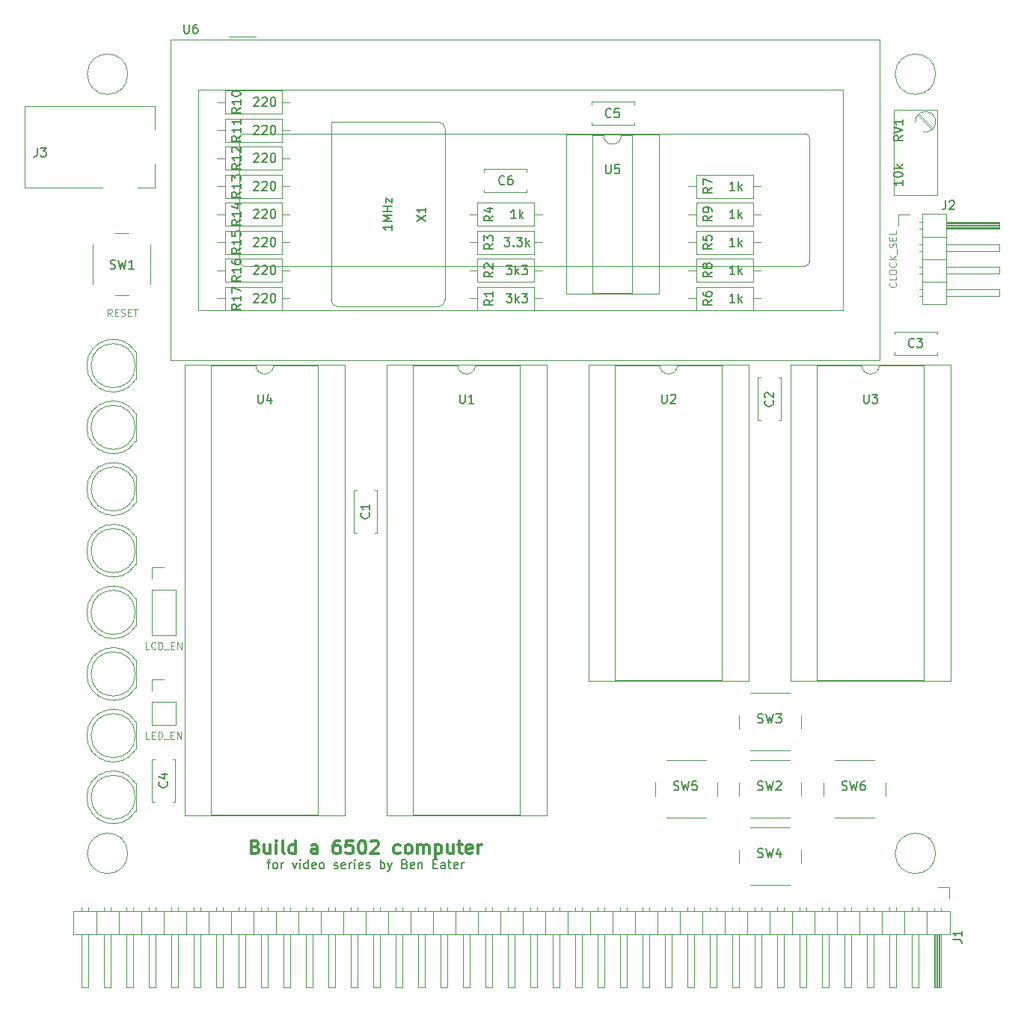
<source format=gto>
G04 #@! TF.FileFunction,Legend,Top*
%FSLAX46Y46*%
G04 Gerber Fmt 4.6, Leading zero omitted, Abs format (unit mm)*
G04 Created by KiCad (PCBNEW 4.0.7) date 11/13/19 17:55:31*
%MOMM*%
%LPD*%
G01*
G04 APERTURE LIST*
%ADD10C,0.100000*%
%ADD11C,0.150000*%
%ADD12C,0.300000*%
%ADD13C,0.120000*%
G04 APERTURE END LIST*
D10*
D11*
X122183331Y-141390714D02*
X122564283Y-141390714D01*
X122326188Y-142057381D02*
X122326188Y-141200238D01*
X122373807Y-141105000D01*
X122469045Y-141057381D01*
X122564283Y-141057381D01*
X123040474Y-142057381D02*
X122945236Y-142009762D01*
X122897617Y-141962143D01*
X122849998Y-141866905D01*
X122849998Y-141581190D01*
X122897617Y-141485952D01*
X122945236Y-141438333D01*
X123040474Y-141390714D01*
X123183332Y-141390714D01*
X123278570Y-141438333D01*
X123326189Y-141485952D01*
X123373808Y-141581190D01*
X123373808Y-141866905D01*
X123326189Y-141962143D01*
X123278570Y-142009762D01*
X123183332Y-142057381D01*
X123040474Y-142057381D01*
X123802379Y-142057381D02*
X123802379Y-141390714D01*
X123802379Y-141581190D02*
X123849998Y-141485952D01*
X123897617Y-141438333D01*
X123992855Y-141390714D01*
X124088094Y-141390714D01*
X125088094Y-141390714D02*
X125326189Y-142057381D01*
X125564285Y-141390714D01*
X125945237Y-142057381D02*
X125945237Y-141390714D01*
X125945237Y-141057381D02*
X125897618Y-141105000D01*
X125945237Y-141152619D01*
X125992856Y-141105000D01*
X125945237Y-141057381D01*
X125945237Y-141152619D01*
X126849999Y-142057381D02*
X126849999Y-141057381D01*
X126849999Y-142009762D02*
X126754761Y-142057381D01*
X126564284Y-142057381D01*
X126469046Y-142009762D01*
X126421427Y-141962143D01*
X126373808Y-141866905D01*
X126373808Y-141581190D01*
X126421427Y-141485952D01*
X126469046Y-141438333D01*
X126564284Y-141390714D01*
X126754761Y-141390714D01*
X126849999Y-141438333D01*
X127707142Y-142009762D02*
X127611904Y-142057381D01*
X127421427Y-142057381D01*
X127326189Y-142009762D01*
X127278570Y-141914524D01*
X127278570Y-141533571D01*
X127326189Y-141438333D01*
X127421427Y-141390714D01*
X127611904Y-141390714D01*
X127707142Y-141438333D01*
X127754761Y-141533571D01*
X127754761Y-141628810D01*
X127278570Y-141724048D01*
X128326189Y-142057381D02*
X128230951Y-142009762D01*
X128183332Y-141962143D01*
X128135713Y-141866905D01*
X128135713Y-141581190D01*
X128183332Y-141485952D01*
X128230951Y-141438333D01*
X128326189Y-141390714D01*
X128469047Y-141390714D01*
X128564285Y-141438333D01*
X128611904Y-141485952D01*
X128659523Y-141581190D01*
X128659523Y-141866905D01*
X128611904Y-141962143D01*
X128564285Y-142009762D01*
X128469047Y-142057381D01*
X128326189Y-142057381D01*
X129802380Y-142009762D02*
X129897618Y-142057381D01*
X130088094Y-142057381D01*
X130183333Y-142009762D01*
X130230952Y-141914524D01*
X130230952Y-141866905D01*
X130183333Y-141771667D01*
X130088094Y-141724048D01*
X129945237Y-141724048D01*
X129849999Y-141676429D01*
X129802380Y-141581190D01*
X129802380Y-141533571D01*
X129849999Y-141438333D01*
X129945237Y-141390714D01*
X130088094Y-141390714D01*
X130183333Y-141438333D01*
X131040476Y-142009762D02*
X130945238Y-142057381D01*
X130754761Y-142057381D01*
X130659523Y-142009762D01*
X130611904Y-141914524D01*
X130611904Y-141533571D01*
X130659523Y-141438333D01*
X130754761Y-141390714D01*
X130945238Y-141390714D01*
X131040476Y-141438333D01*
X131088095Y-141533571D01*
X131088095Y-141628810D01*
X130611904Y-141724048D01*
X131516666Y-142057381D02*
X131516666Y-141390714D01*
X131516666Y-141581190D02*
X131564285Y-141485952D01*
X131611904Y-141438333D01*
X131707142Y-141390714D01*
X131802381Y-141390714D01*
X132135714Y-142057381D02*
X132135714Y-141390714D01*
X132135714Y-141057381D02*
X132088095Y-141105000D01*
X132135714Y-141152619D01*
X132183333Y-141105000D01*
X132135714Y-141057381D01*
X132135714Y-141152619D01*
X132992857Y-142009762D02*
X132897619Y-142057381D01*
X132707142Y-142057381D01*
X132611904Y-142009762D01*
X132564285Y-141914524D01*
X132564285Y-141533571D01*
X132611904Y-141438333D01*
X132707142Y-141390714D01*
X132897619Y-141390714D01*
X132992857Y-141438333D01*
X133040476Y-141533571D01*
X133040476Y-141628810D01*
X132564285Y-141724048D01*
X133421428Y-142009762D02*
X133516666Y-142057381D01*
X133707142Y-142057381D01*
X133802381Y-142009762D01*
X133850000Y-141914524D01*
X133850000Y-141866905D01*
X133802381Y-141771667D01*
X133707142Y-141724048D01*
X133564285Y-141724048D01*
X133469047Y-141676429D01*
X133421428Y-141581190D01*
X133421428Y-141533571D01*
X133469047Y-141438333D01*
X133564285Y-141390714D01*
X133707142Y-141390714D01*
X133802381Y-141438333D01*
X135040476Y-142057381D02*
X135040476Y-141057381D01*
X135040476Y-141438333D02*
X135135714Y-141390714D01*
X135326191Y-141390714D01*
X135421429Y-141438333D01*
X135469048Y-141485952D01*
X135516667Y-141581190D01*
X135516667Y-141866905D01*
X135469048Y-141962143D01*
X135421429Y-142009762D01*
X135326191Y-142057381D01*
X135135714Y-142057381D01*
X135040476Y-142009762D01*
X135850000Y-141390714D02*
X136088095Y-142057381D01*
X136326191Y-141390714D02*
X136088095Y-142057381D01*
X135992857Y-142295476D01*
X135945238Y-142343095D01*
X135850000Y-142390714D01*
X137802382Y-141533571D02*
X137945239Y-141581190D01*
X137992858Y-141628810D01*
X138040477Y-141724048D01*
X138040477Y-141866905D01*
X137992858Y-141962143D01*
X137945239Y-142009762D01*
X137850001Y-142057381D01*
X137469048Y-142057381D01*
X137469048Y-141057381D01*
X137802382Y-141057381D01*
X137897620Y-141105000D01*
X137945239Y-141152619D01*
X137992858Y-141247857D01*
X137992858Y-141343095D01*
X137945239Y-141438333D01*
X137897620Y-141485952D01*
X137802382Y-141533571D01*
X137469048Y-141533571D01*
X138850001Y-142009762D02*
X138754763Y-142057381D01*
X138564286Y-142057381D01*
X138469048Y-142009762D01*
X138421429Y-141914524D01*
X138421429Y-141533571D01*
X138469048Y-141438333D01*
X138564286Y-141390714D01*
X138754763Y-141390714D01*
X138850001Y-141438333D01*
X138897620Y-141533571D01*
X138897620Y-141628810D01*
X138421429Y-141724048D01*
X139326191Y-141390714D02*
X139326191Y-142057381D01*
X139326191Y-141485952D02*
X139373810Y-141438333D01*
X139469048Y-141390714D01*
X139611906Y-141390714D01*
X139707144Y-141438333D01*
X139754763Y-141533571D01*
X139754763Y-142057381D01*
X140992858Y-141533571D02*
X141326192Y-141533571D01*
X141469049Y-142057381D02*
X140992858Y-142057381D01*
X140992858Y-141057381D01*
X141469049Y-141057381D01*
X142326192Y-142057381D02*
X142326192Y-141533571D01*
X142278573Y-141438333D01*
X142183335Y-141390714D01*
X141992858Y-141390714D01*
X141897620Y-141438333D01*
X142326192Y-142009762D02*
X142230954Y-142057381D01*
X141992858Y-142057381D01*
X141897620Y-142009762D01*
X141850001Y-141914524D01*
X141850001Y-141819286D01*
X141897620Y-141724048D01*
X141992858Y-141676429D01*
X142230954Y-141676429D01*
X142326192Y-141628810D01*
X142659525Y-141390714D02*
X143040477Y-141390714D01*
X142802382Y-141057381D02*
X142802382Y-141914524D01*
X142850001Y-142009762D01*
X142945239Y-142057381D01*
X143040477Y-142057381D01*
X143754764Y-142009762D02*
X143659526Y-142057381D01*
X143469049Y-142057381D01*
X143373811Y-142009762D01*
X143326192Y-141914524D01*
X143326192Y-141533571D01*
X143373811Y-141438333D01*
X143469049Y-141390714D01*
X143659526Y-141390714D01*
X143754764Y-141438333D01*
X143802383Y-141533571D01*
X143802383Y-141628810D01*
X143326192Y-141724048D01*
X144230954Y-142057381D02*
X144230954Y-141390714D01*
X144230954Y-141581190D02*
X144278573Y-141485952D01*
X144326192Y-141438333D01*
X144421430Y-141390714D01*
X144516669Y-141390714D01*
D12*
X120885716Y-139592857D02*
X121100002Y-139664286D01*
X121171430Y-139735714D01*
X121242859Y-139878571D01*
X121242859Y-140092857D01*
X121171430Y-140235714D01*
X121100002Y-140307143D01*
X120957144Y-140378571D01*
X120385716Y-140378571D01*
X120385716Y-138878571D01*
X120885716Y-138878571D01*
X121028573Y-138950000D01*
X121100002Y-139021429D01*
X121171430Y-139164286D01*
X121171430Y-139307143D01*
X121100002Y-139450000D01*
X121028573Y-139521429D01*
X120885716Y-139592857D01*
X120385716Y-139592857D01*
X122528573Y-139378571D02*
X122528573Y-140378571D01*
X121885716Y-139378571D02*
X121885716Y-140164286D01*
X121957144Y-140307143D01*
X122100002Y-140378571D01*
X122314287Y-140378571D01*
X122457144Y-140307143D01*
X122528573Y-140235714D01*
X123242859Y-140378571D02*
X123242859Y-139378571D01*
X123242859Y-138878571D02*
X123171430Y-138950000D01*
X123242859Y-139021429D01*
X123314287Y-138950000D01*
X123242859Y-138878571D01*
X123242859Y-139021429D01*
X124171431Y-140378571D02*
X124028573Y-140307143D01*
X123957145Y-140164286D01*
X123957145Y-138878571D01*
X125385716Y-140378571D02*
X125385716Y-138878571D01*
X125385716Y-140307143D02*
X125242859Y-140378571D01*
X124957145Y-140378571D01*
X124814287Y-140307143D01*
X124742859Y-140235714D01*
X124671430Y-140092857D01*
X124671430Y-139664286D01*
X124742859Y-139521429D01*
X124814287Y-139450000D01*
X124957145Y-139378571D01*
X125242859Y-139378571D01*
X125385716Y-139450000D01*
X127885716Y-140378571D02*
X127885716Y-139592857D01*
X127814287Y-139450000D01*
X127671430Y-139378571D01*
X127385716Y-139378571D01*
X127242859Y-139450000D01*
X127885716Y-140307143D02*
X127742859Y-140378571D01*
X127385716Y-140378571D01*
X127242859Y-140307143D01*
X127171430Y-140164286D01*
X127171430Y-140021429D01*
X127242859Y-139878571D01*
X127385716Y-139807143D01*
X127742859Y-139807143D01*
X127885716Y-139735714D01*
X130385716Y-138878571D02*
X130100002Y-138878571D01*
X129957145Y-138950000D01*
X129885716Y-139021429D01*
X129742859Y-139235714D01*
X129671430Y-139521429D01*
X129671430Y-140092857D01*
X129742859Y-140235714D01*
X129814287Y-140307143D01*
X129957145Y-140378571D01*
X130242859Y-140378571D01*
X130385716Y-140307143D01*
X130457145Y-140235714D01*
X130528573Y-140092857D01*
X130528573Y-139735714D01*
X130457145Y-139592857D01*
X130385716Y-139521429D01*
X130242859Y-139450000D01*
X129957145Y-139450000D01*
X129814287Y-139521429D01*
X129742859Y-139592857D01*
X129671430Y-139735714D01*
X131885716Y-138878571D02*
X131171430Y-138878571D01*
X131100001Y-139592857D01*
X131171430Y-139521429D01*
X131314287Y-139450000D01*
X131671430Y-139450000D01*
X131814287Y-139521429D01*
X131885716Y-139592857D01*
X131957144Y-139735714D01*
X131957144Y-140092857D01*
X131885716Y-140235714D01*
X131814287Y-140307143D01*
X131671430Y-140378571D01*
X131314287Y-140378571D01*
X131171430Y-140307143D01*
X131100001Y-140235714D01*
X132885715Y-138878571D02*
X133028572Y-138878571D01*
X133171429Y-138950000D01*
X133242858Y-139021429D01*
X133314287Y-139164286D01*
X133385715Y-139450000D01*
X133385715Y-139807143D01*
X133314287Y-140092857D01*
X133242858Y-140235714D01*
X133171429Y-140307143D01*
X133028572Y-140378571D01*
X132885715Y-140378571D01*
X132742858Y-140307143D01*
X132671429Y-140235714D01*
X132600001Y-140092857D01*
X132528572Y-139807143D01*
X132528572Y-139450000D01*
X132600001Y-139164286D01*
X132671429Y-139021429D01*
X132742858Y-138950000D01*
X132885715Y-138878571D01*
X133957143Y-139021429D02*
X134028572Y-138950000D01*
X134171429Y-138878571D01*
X134528572Y-138878571D01*
X134671429Y-138950000D01*
X134742858Y-139021429D01*
X134814286Y-139164286D01*
X134814286Y-139307143D01*
X134742858Y-139521429D01*
X133885715Y-140378571D01*
X134814286Y-140378571D01*
X137242857Y-140307143D02*
X137100000Y-140378571D01*
X136814286Y-140378571D01*
X136671428Y-140307143D01*
X136600000Y-140235714D01*
X136528571Y-140092857D01*
X136528571Y-139664286D01*
X136600000Y-139521429D01*
X136671428Y-139450000D01*
X136814286Y-139378571D01*
X137100000Y-139378571D01*
X137242857Y-139450000D01*
X138100000Y-140378571D02*
X137957142Y-140307143D01*
X137885714Y-140235714D01*
X137814285Y-140092857D01*
X137814285Y-139664286D01*
X137885714Y-139521429D01*
X137957142Y-139450000D01*
X138100000Y-139378571D01*
X138314285Y-139378571D01*
X138457142Y-139450000D01*
X138528571Y-139521429D01*
X138600000Y-139664286D01*
X138600000Y-140092857D01*
X138528571Y-140235714D01*
X138457142Y-140307143D01*
X138314285Y-140378571D01*
X138100000Y-140378571D01*
X139242857Y-140378571D02*
X139242857Y-139378571D01*
X139242857Y-139521429D02*
X139314285Y-139450000D01*
X139457143Y-139378571D01*
X139671428Y-139378571D01*
X139814285Y-139450000D01*
X139885714Y-139592857D01*
X139885714Y-140378571D01*
X139885714Y-139592857D02*
X139957143Y-139450000D01*
X140100000Y-139378571D01*
X140314285Y-139378571D01*
X140457143Y-139450000D01*
X140528571Y-139592857D01*
X140528571Y-140378571D01*
X141242857Y-139378571D02*
X141242857Y-140878571D01*
X141242857Y-139450000D02*
X141385714Y-139378571D01*
X141671428Y-139378571D01*
X141814285Y-139450000D01*
X141885714Y-139521429D01*
X141957143Y-139664286D01*
X141957143Y-140092857D01*
X141885714Y-140235714D01*
X141814285Y-140307143D01*
X141671428Y-140378571D01*
X141385714Y-140378571D01*
X141242857Y-140307143D01*
X143242857Y-139378571D02*
X143242857Y-140378571D01*
X142600000Y-139378571D02*
X142600000Y-140164286D01*
X142671428Y-140307143D01*
X142814286Y-140378571D01*
X143028571Y-140378571D01*
X143171428Y-140307143D01*
X143242857Y-140235714D01*
X143742857Y-139378571D02*
X144314286Y-139378571D01*
X143957143Y-138878571D02*
X143957143Y-140164286D01*
X144028571Y-140307143D01*
X144171429Y-140378571D01*
X144314286Y-140378571D01*
X145385714Y-140307143D02*
X145242857Y-140378571D01*
X144957143Y-140378571D01*
X144814286Y-140307143D01*
X144742857Y-140164286D01*
X144742857Y-139592857D01*
X144814286Y-139450000D01*
X144957143Y-139378571D01*
X145242857Y-139378571D01*
X145385714Y-139450000D01*
X145457143Y-139592857D01*
X145457143Y-139735714D01*
X144742857Y-139878571D01*
X146100000Y-140378571D02*
X146100000Y-139378571D01*
X146100000Y-139664286D02*
X146171428Y-139521429D01*
X146242857Y-139450000D01*
X146385714Y-139378571D01*
X146528571Y-139378571D01*
D13*
X199450000Y-146855000D02*
X100270000Y-146855000D01*
X100270000Y-146855000D02*
X100270000Y-149515000D01*
X100270000Y-149515000D02*
X199450000Y-149515000D01*
X199450000Y-149515000D02*
X199450000Y-146855000D01*
X198500000Y-149515000D02*
X198500000Y-155515000D01*
X198500000Y-155515000D02*
X197740000Y-155515000D01*
X197740000Y-155515000D02*
X197740000Y-149515000D01*
X198440000Y-149515000D02*
X198440000Y-155515000D01*
X198320000Y-149515000D02*
X198320000Y-155515000D01*
X198200000Y-149515000D02*
X198200000Y-155515000D01*
X198080000Y-149515000D02*
X198080000Y-155515000D01*
X197960000Y-149515000D02*
X197960000Y-155515000D01*
X197840000Y-149515000D02*
X197840000Y-155515000D01*
X198500000Y-146525000D02*
X198500000Y-146855000D01*
X197740000Y-146525000D02*
X197740000Y-146855000D01*
X196850000Y-146855000D02*
X196850000Y-149515000D01*
X195960000Y-149515000D02*
X195960000Y-155515000D01*
X195960000Y-155515000D02*
X195200000Y-155515000D01*
X195200000Y-155515000D02*
X195200000Y-149515000D01*
X195960000Y-146457929D02*
X195960000Y-146855000D01*
X195200000Y-146457929D02*
X195200000Y-146855000D01*
X194310000Y-146855000D02*
X194310000Y-149515000D01*
X193420000Y-149515000D02*
X193420000Y-155515000D01*
X193420000Y-155515000D02*
X192660000Y-155515000D01*
X192660000Y-155515000D02*
X192660000Y-149515000D01*
X193420000Y-146457929D02*
X193420000Y-146855000D01*
X192660000Y-146457929D02*
X192660000Y-146855000D01*
X191770000Y-146855000D02*
X191770000Y-149515000D01*
X190880000Y-149515000D02*
X190880000Y-155515000D01*
X190880000Y-155515000D02*
X190120000Y-155515000D01*
X190120000Y-155515000D02*
X190120000Y-149515000D01*
X190880000Y-146457929D02*
X190880000Y-146855000D01*
X190120000Y-146457929D02*
X190120000Y-146855000D01*
X189230000Y-146855000D02*
X189230000Y-149515000D01*
X188340000Y-149515000D02*
X188340000Y-155515000D01*
X188340000Y-155515000D02*
X187580000Y-155515000D01*
X187580000Y-155515000D02*
X187580000Y-149515000D01*
X188340000Y-146457929D02*
X188340000Y-146855000D01*
X187580000Y-146457929D02*
X187580000Y-146855000D01*
X186690000Y-146855000D02*
X186690000Y-149515000D01*
X185800000Y-149515000D02*
X185800000Y-155515000D01*
X185800000Y-155515000D02*
X185040000Y-155515000D01*
X185040000Y-155515000D02*
X185040000Y-149515000D01*
X185800000Y-146457929D02*
X185800000Y-146855000D01*
X185040000Y-146457929D02*
X185040000Y-146855000D01*
X184150000Y-146855000D02*
X184150000Y-149515000D01*
X183260000Y-149515000D02*
X183260000Y-155515000D01*
X183260000Y-155515000D02*
X182500000Y-155515000D01*
X182500000Y-155515000D02*
X182500000Y-149515000D01*
X183260000Y-146457929D02*
X183260000Y-146855000D01*
X182500000Y-146457929D02*
X182500000Y-146855000D01*
X181610000Y-146855000D02*
X181610000Y-149515000D01*
X180720000Y-149515000D02*
X180720000Y-155515000D01*
X180720000Y-155515000D02*
X179960000Y-155515000D01*
X179960000Y-155515000D02*
X179960000Y-149515000D01*
X180720000Y-146457929D02*
X180720000Y-146855000D01*
X179960000Y-146457929D02*
X179960000Y-146855000D01*
X179070000Y-146855000D02*
X179070000Y-149515000D01*
X178180000Y-149515000D02*
X178180000Y-155515000D01*
X178180000Y-155515000D02*
X177420000Y-155515000D01*
X177420000Y-155515000D02*
X177420000Y-149515000D01*
X178180000Y-146457929D02*
X178180000Y-146855000D01*
X177420000Y-146457929D02*
X177420000Y-146855000D01*
X176530000Y-146855000D02*
X176530000Y-149515000D01*
X175640000Y-149515000D02*
X175640000Y-155515000D01*
X175640000Y-155515000D02*
X174880000Y-155515000D01*
X174880000Y-155515000D02*
X174880000Y-149515000D01*
X175640000Y-146457929D02*
X175640000Y-146855000D01*
X174880000Y-146457929D02*
X174880000Y-146855000D01*
X173990000Y-146855000D02*
X173990000Y-149515000D01*
X173100000Y-149515000D02*
X173100000Y-155515000D01*
X173100000Y-155515000D02*
X172340000Y-155515000D01*
X172340000Y-155515000D02*
X172340000Y-149515000D01*
X173100000Y-146457929D02*
X173100000Y-146855000D01*
X172340000Y-146457929D02*
X172340000Y-146855000D01*
X171450000Y-146855000D02*
X171450000Y-149515000D01*
X170560000Y-149515000D02*
X170560000Y-155515000D01*
X170560000Y-155515000D02*
X169800000Y-155515000D01*
X169800000Y-155515000D02*
X169800000Y-149515000D01*
X170560000Y-146457929D02*
X170560000Y-146855000D01*
X169800000Y-146457929D02*
X169800000Y-146855000D01*
X168910000Y-146855000D02*
X168910000Y-149515000D01*
X168020000Y-149515000D02*
X168020000Y-155515000D01*
X168020000Y-155515000D02*
X167260000Y-155515000D01*
X167260000Y-155515000D02*
X167260000Y-149515000D01*
X168020000Y-146457929D02*
X168020000Y-146855000D01*
X167260000Y-146457929D02*
X167260000Y-146855000D01*
X166370000Y-146855000D02*
X166370000Y-149515000D01*
X165480000Y-149515000D02*
X165480000Y-155515000D01*
X165480000Y-155515000D02*
X164720000Y-155515000D01*
X164720000Y-155515000D02*
X164720000Y-149515000D01*
X165480000Y-146457929D02*
X165480000Y-146855000D01*
X164720000Y-146457929D02*
X164720000Y-146855000D01*
X163830000Y-146855000D02*
X163830000Y-149515000D01*
X162940000Y-149515000D02*
X162940000Y-155515000D01*
X162940000Y-155515000D02*
X162180000Y-155515000D01*
X162180000Y-155515000D02*
X162180000Y-149515000D01*
X162940000Y-146457929D02*
X162940000Y-146855000D01*
X162180000Y-146457929D02*
X162180000Y-146855000D01*
X161290000Y-146855000D02*
X161290000Y-149515000D01*
X160400000Y-149515000D02*
X160400000Y-155515000D01*
X160400000Y-155515000D02*
X159640000Y-155515000D01*
X159640000Y-155515000D02*
X159640000Y-149515000D01*
X160400000Y-146457929D02*
X160400000Y-146855000D01*
X159640000Y-146457929D02*
X159640000Y-146855000D01*
X158750000Y-146855000D02*
X158750000Y-149515000D01*
X157860000Y-149515000D02*
X157860000Y-155515000D01*
X157860000Y-155515000D02*
X157100000Y-155515000D01*
X157100000Y-155515000D02*
X157100000Y-149515000D01*
X157860000Y-146457929D02*
X157860000Y-146855000D01*
X157100000Y-146457929D02*
X157100000Y-146855000D01*
X156210000Y-146855000D02*
X156210000Y-149515000D01*
X155320000Y-149515000D02*
X155320000Y-155515000D01*
X155320000Y-155515000D02*
X154560000Y-155515000D01*
X154560000Y-155515000D02*
X154560000Y-149515000D01*
X155320000Y-146457929D02*
X155320000Y-146855000D01*
X154560000Y-146457929D02*
X154560000Y-146855000D01*
X153670000Y-146855000D02*
X153670000Y-149515000D01*
X152780000Y-149515000D02*
X152780000Y-155515000D01*
X152780000Y-155515000D02*
X152020000Y-155515000D01*
X152020000Y-155515000D02*
X152020000Y-149515000D01*
X152780000Y-146457929D02*
X152780000Y-146855000D01*
X152020000Y-146457929D02*
X152020000Y-146855000D01*
X151130000Y-146855000D02*
X151130000Y-149515000D01*
X150240000Y-149515000D02*
X150240000Y-155515000D01*
X150240000Y-155515000D02*
X149480000Y-155515000D01*
X149480000Y-155515000D02*
X149480000Y-149515000D01*
X150240000Y-146457929D02*
X150240000Y-146855000D01*
X149480000Y-146457929D02*
X149480000Y-146855000D01*
X148590000Y-146855000D02*
X148590000Y-149515000D01*
X147700000Y-149515000D02*
X147700000Y-155515000D01*
X147700000Y-155515000D02*
X146940000Y-155515000D01*
X146940000Y-155515000D02*
X146940000Y-149515000D01*
X147700000Y-146457929D02*
X147700000Y-146855000D01*
X146940000Y-146457929D02*
X146940000Y-146855000D01*
X146050000Y-146855000D02*
X146050000Y-149515000D01*
X145160000Y-149515000D02*
X145160000Y-155515000D01*
X145160000Y-155515000D02*
X144400000Y-155515000D01*
X144400000Y-155515000D02*
X144400000Y-149515000D01*
X145160000Y-146457929D02*
X145160000Y-146855000D01*
X144400000Y-146457929D02*
X144400000Y-146855000D01*
X143510000Y-146855000D02*
X143510000Y-149515000D01*
X142620000Y-149515000D02*
X142620000Y-155515000D01*
X142620000Y-155515000D02*
X141860000Y-155515000D01*
X141860000Y-155515000D02*
X141860000Y-149515000D01*
X142620000Y-146457929D02*
X142620000Y-146855000D01*
X141860000Y-146457929D02*
X141860000Y-146855000D01*
X140970000Y-146855000D02*
X140970000Y-149515000D01*
X140080000Y-149515000D02*
X140080000Y-155515000D01*
X140080000Y-155515000D02*
X139320000Y-155515000D01*
X139320000Y-155515000D02*
X139320000Y-149515000D01*
X140080000Y-146457929D02*
X140080000Y-146855000D01*
X139320000Y-146457929D02*
X139320000Y-146855000D01*
X138430000Y-146855000D02*
X138430000Y-149515000D01*
X137540000Y-149515000D02*
X137540000Y-155515000D01*
X137540000Y-155515000D02*
X136780000Y-155515000D01*
X136780000Y-155515000D02*
X136780000Y-149515000D01*
X137540000Y-146457929D02*
X137540000Y-146855000D01*
X136780000Y-146457929D02*
X136780000Y-146855000D01*
X135890000Y-146855000D02*
X135890000Y-149515000D01*
X135000000Y-149515000D02*
X135000000Y-155515000D01*
X135000000Y-155515000D02*
X134240000Y-155515000D01*
X134240000Y-155515000D02*
X134240000Y-149515000D01*
X135000000Y-146457929D02*
X135000000Y-146855000D01*
X134240000Y-146457929D02*
X134240000Y-146855000D01*
X133350000Y-146855000D02*
X133350000Y-149515000D01*
X132460000Y-149515000D02*
X132460000Y-155515000D01*
X132460000Y-155515000D02*
X131700000Y-155515000D01*
X131700000Y-155515000D02*
X131700000Y-149515000D01*
X132460000Y-146457929D02*
X132460000Y-146855000D01*
X131700000Y-146457929D02*
X131700000Y-146855000D01*
X130810000Y-146855000D02*
X130810000Y-149515000D01*
X129920000Y-149515000D02*
X129920000Y-155515000D01*
X129920000Y-155515000D02*
X129160000Y-155515000D01*
X129160000Y-155515000D02*
X129160000Y-149515000D01*
X129920000Y-146457929D02*
X129920000Y-146855000D01*
X129160000Y-146457929D02*
X129160000Y-146855000D01*
X128270000Y-146855000D02*
X128270000Y-149515000D01*
X127380000Y-149515000D02*
X127380000Y-155515000D01*
X127380000Y-155515000D02*
X126620000Y-155515000D01*
X126620000Y-155515000D02*
X126620000Y-149515000D01*
X127380000Y-146457929D02*
X127380000Y-146855000D01*
X126620000Y-146457929D02*
X126620000Y-146855000D01*
X125730000Y-146855000D02*
X125730000Y-149515000D01*
X124840000Y-149515000D02*
X124840000Y-155515000D01*
X124840000Y-155515000D02*
X124080000Y-155515000D01*
X124080000Y-155515000D02*
X124080000Y-149515000D01*
X124840000Y-146457929D02*
X124840000Y-146855000D01*
X124080000Y-146457929D02*
X124080000Y-146855000D01*
X123190000Y-146855000D02*
X123190000Y-149515000D01*
X122300000Y-149515000D02*
X122300000Y-155515000D01*
X122300000Y-155515000D02*
X121540000Y-155515000D01*
X121540000Y-155515000D02*
X121540000Y-149515000D01*
X122300000Y-146457929D02*
X122300000Y-146855000D01*
X121540000Y-146457929D02*
X121540000Y-146855000D01*
X120650000Y-146855000D02*
X120650000Y-149515000D01*
X119760000Y-149515000D02*
X119760000Y-155515000D01*
X119760000Y-155515000D02*
X119000000Y-155515000D01*
X119000000Y-155515000D02*
X119000000Y-149515000D01*
X119760000Y-146457929D02*
X119760000Y-146855000D01*
X119000000Y-146457929D02*
X119000000Y-146855000D01*
X118110000Y-146855000D02*
X118110000Y-149515000D01*
X117220000Y-149515000D02*
X117220000Y-155515000D01*
X117220000Y-155515000D02*
X116460000Y-155515000D01*
X116460000Y-155515000D02*
X116460000Y-149515000D01*
X117220000Y-146457929D02*
X117220000Y-146855000D01*
X116460000Y-146457929D02*
X116460000Y-146855000D01*
X115570000Y-146855000D02*
X115570000Y-149515000D01*
X114680000Y-149515000D02*
X114680000Y-155515000D01*
X114680000Y-155515000D02*
X113920000Y-155515000D01*
X113920000Y-155515000D02*
X113920000Y-149515000D01*
X114680000Y-146457929D02*
X114680000Y-146855000D01*
X113920000Y-146457929D02*
X113920000Y-146855000D01*
X113030000Y-146855000D02*
X113030000Y-149515000D01*
X112140000Y-149515000D02*
X112140000Y-155515000D01*
X112140000Y-155515000D02*
X111380000Y-155515000D01*
X111380000Y-155515000D02*
X111380000Y-149515000D01*
X112140000Y-146457929D02*
X112140000Y-146855000D01*
X111380000Y-146457929D02*
X111380000Y-146855000D01*
X110490000Y-146855000D02*
X110490000Y-149515000D01*
X109600000Y-149515000D02*
X109600000Y-155515000D01*
X109600000Y-155515000D02*
X108840000Y-155515000D01*
X108840000Y-155515000D02*
X108840000Y-149515000D01*
X109600000Y-146457929D02*
X109600000Y-146855000D01*
X108840000Y-146457929D02*
X108840000Y-146855000D01*
X107950000Y-146855000D02*
X107950000Y-149515000D01*
X107060000Y-149515000D02*
X107060000Y-155515000D01*
X107060000Y-155515000D02*
X106300000Y-155515000D01*
X106300000Y-155515000D02*
X106300000Y-149515000D01*
X107060000Y-146457929D02*
X107060000Y-146855000D01*
X106300000Y-146457929D02*
X106300000Y-146855000D01*
X105410000Y-146855000D02*
X105410000Y-149515000D01*
X104520000Y-149515000D02*
X104520000Y-155515000D01*
X104520000Y-155515000D02*
X103760000Y-155515000D01*
X103760000Y-155515000D02*
X103760000Y-149515000D01*
X104520000Y-146457929D02*
X104520000Y-146855000D01*
X103760000Y-146457929D02*
X103760000Y-146855000D01*
X102870000Y-146855000D02*
X102870000Y-149515000D01*
X101980000Y-149515000D02*
X101980000Y-155515000D01*
X101980000Y-155515000D02*
X101220000Y-155515000D01*
X101220000Y-155515000D02*
X101220000Y-149515000D01*
X101980000Y-146457929D02*
X101980000Y-146855000D01*
X101220000Y-146457929D02*
X101220000Y-146855000D01*
X198120000Y-144145000D02*
X199390000Y-144145000D01*
X199390000Y-144145000D02*
X199390000Y-145415000D01*
X103585000Y-64925000D02*
X94785000Y-64925000D01*
X94785000Y-64925000D02*
X94785000Y-55725000D01*
X109485000Y-62225000D02*
X109485000Y-64925000D01*
X109485000Y-64925000D02*
X107585000Y-64925000D01*
X94785000Y-55725000D02*
X109485000Y-55725000D01*
X109485000Y-55725000D02*
X109485000Y-58325000D01*
X106426000Y-140335000D02*
G75*
G03X106426000Y-140335000I-2286000J0D01*
G01*
X197866000Y-140335000D02*
G75*
G03X197866000Y-140335000I-2286000J0D01*
G01*
X197866000Y-52070000D02*
G75*
G03X197866000Y-52070000I-2286000J0D01*
G01*
X106426000Y-52070000D02*
G75*
G03X106426000Y-52070000I-2286000J0D01*
G01*
X132040000Y-104050000D02*
X132040000Y-99230000D01*
X134660000Y-104050000D02*
X134660000Y-99230000D01*
X132040000Y-104050000D02*
X132354000Y-104050000D01*
X134346000Y-104050000D02*
X134660000Y-104050000D01*
X132040000Y-99230000D02*
X132354000Y-99230000D01*
X134346000Y-99230000D02*
X134660000Y-99230000D01*
X180380000Y-86450000D02*
X180380000Y-91270000D01*
X177760000Y-86450000D02*
X177760000Y-91270000D01*
X180380000Y-86450000D02*
X180066000Y-86450000D01*
X178074000Y-86450000D02*
X177760000Y-86450000D01*
X180380000Y-91270000D02*
X180066000Y-91270000D01*
X178074000Y-91270000D02*
X177760000Y-91270000D01*
X198030000Y-83860000D02*
X193210000Y-83860000D01*
X198030000Y-81240000D02*
X193210000Y-81240000D01*
X198030000Y-83860000D02*
X198030000Y-83546000D01*
X198030000Y-81554000D02*
X198030000Y-81240000D01*
X193210000Y-83860000D02*
X193210000Y-83546000D01*
X193210000Y-81554000D02*
X193210000Y-81240000D01*
X109180000Y-134530000D02*
X109180000Y-129710000D01*
X111800000Y-134530000D02*
X111800000Y-129710000D01*
X109180000Y-134530000D02*
X109494000Y-134530000D01*
X111486000Y-134530000D02*
X111800000Y-134530000D01*
X109180000Y-129710000D02*
X109494000Y-129710000D01*
X111486000Y-129710000D02*
X111800000Y-129710000D01*
X163740000Y-57825000D02*
X158920000Y-57825000D01*
X163740000Y-55205000D02*
X158920000Y-55205000D01*
X163740000Y-57825000D02*
X163740000Y-57511000D01*
X163740000Y-55519000D02*
X163740000Y-55205000D01*
X158920000Y-57825000D02*
X158920000Y-57511000D01*
X158920000Y-55519000D02*
X158920000Y-55205000D01*
X146775000Y-62825000D02*
X151595000Y-62825000D01*
X146775000Y-65445000D02*
X151595000Y-65445000D01*
X146775000Y-62825000D02*
X146775000Y-63139000D01*
X146775000Y-65131000D02*
X146775000Y-65445000D01*
X151595000Y-62825000D02*
X151595000Y-63139000D01*
X151595000Y-65131000D02*
X151595000Y-65445000D01*
X109160000Y-125790000D02*
X111820000Y-125790000D01*
X109160000Y-123190000D02*
X109160000Y-125790000D01*
X111820000Y-123190000D02*
X111820000Y-125790000D01*
X109160000Y-123190000D02*
X111820000Y-123190000D01*
X109160000Y-121920000D02*
X109160000Y-120590000D01*
X109160000Y-120590000D02*
X110490000Y-120590000D01*
X152435000Y-78780000D02*
X152435000Y-76160000D01*
X152435000Y-76160000D02*
X146015000Y-76160000D01*
X146015000Y-76160000D02*
X146015000Y-78780000D01*
X146015000Y-78780000D02*
X152435000Y-78780000D01*
X153325000Y-77470000D02*
X152435000Y-77470000D01*
X145125000Y-77470000D02*
X146015000Y-77470000D01*
X152435000Y-75605000D02*
X152435000Y-72985000D01*
X152435000Y-72985000D02*
X146015000Y-72985000D01*
X146015000Y-72985000D02*
X146015000Y-75605000D01*
X146015000Y-75605000D02*
X152435000Y-75605000D01*
X153325000Y-74295000D02*
X152435000Y-74295000D01*
X145125000Y-74295000D02*
X146015000Y-74295000D01*
X152435000Y-72430000D02*
X152435000Y-69810000D01*
X152435000Y-69810000D02*
X146015000Y-69810000D01*
X146015000Y-69810000D02*
X146015000Y-72430000D01*
X146015000Y-72430000D02*
X152435000Y-72430000D01*
X153325000Y-71120000D02*
X152435000Y-71120000D01*
X145125000Y-71120000D02*
X146015000Y-71120000D01*
X170780000Y-76160000D02*
X170780000Y-78780000D01*
X170780000Y-78780000D02*
X177200000Y-78780000D01*
X177200000Y-78780000D02*
X177200000Y-76160000D01*
X177200000Y-76160000D02*
X170780000Y-76160000D01*
X169890000Y-77470000D02*
X170780000Y-77470000D01*
X178090000Y-77470000D02*
X177200000Y-77470000D01*
X170780000Y-63460000D02*
X170780000Y-66080000D01*
X170780000Y-66080000D02*
X177200000Y-66080000D01*
X177200000Y-66080000D02*
X177200000Y-63460000D01*
X177200000Y-63460000D02*
X170780000Y-63460000D01*
X169890000Y-64770000D02*
X170780000Y-64770000D01*
X178090000Y-64770000D02*
X177200000Y-64770000D01*
X170780000Y-66635000D02*
X170780000Y-69255000D01*
X170780000Y-69255000D02*
X177200000Y-69255000D01*
X177200000Y-69255000D02*
X177200000Y-66635000D01*
X177200000Y-66635000D02*
X170780000Y-66635000D01*
X169890000Y-67945000D02*
X170780000Y-67945000D01*
X178090000Y-67945000D02*
X177200000Y-67945000D01*
X117440000Y-53935000D02*
X117440000Y-56555000D01*
X117440000Y-56555000D02*
X123860000Y-56555000D01*
X123860000Y-56555000D02*
X123860000Y-53935000D01*
X123860000Y-53935000D02*
X117440000Y-53935000D01*
X116550000Y-55245000D02*
X117440000Y-55245000D01*
X124750000Y-55245000D02*
X123860000Y-55245000D01*
X117440000Y-57110000D02*
X117440000Y-59730000D01*
X117440000Y-59730000D02*
X123860000Y-59730000D01*
X123860000Y-59730000D02*
X123860000Y-57110000D01*
X123860000Y-57110000D02*
X117440000Y-57110000D01*
X116550000Y-58420000D02*
X117440000Y-58420000D01*
X124750000Y-58420000D02*
X123860000Y-58420000D01*
X117440000Y-60285000D02*
X117440000Y-62905000D01*
X117440000Y-62905000D02*
X123860000Y-62905000D01*
X123860000Y-62905000D02*
X123860000Y-60285000D01*
X123860000Y-60285000D02*
X117440000Y-60285000D01*
X116550000Y-61595000D02*
X117440000Y-61595000D01*
X124750000Y-61595000D02*
X123860000Y-61595000D01*
X141590000Y-57495000D02*
X129440000Y-57495000D01*
X142340000Y-77645000D02*
X142340000Y-58245000D01*
X130190000Y-78395000D02*
X141590000Y-78395000D01*
X129440000Y-57495000D02*
X129440000Y-77645000D01*
X129440000Y-77645000D02*
G75*
G03X130190000Y-78395000I750000J0D01*
G01*
X141590000Y-78395000D02*
G75*
G03X142340000Y-77645000I0J750000D01*
G01*
X142340000Y-58245000D02*
G75*
G03X141590000Y-57495000I-750000J0D01*
G01*
X101785000Y-85089538D02*
G75*
G03X107335000Y-86634830I2990000J-462D01*
G01*
X101785000Y-85090462D02*
G75*
G02X107335000Y-83545170I2990000J462D01*
G01*
X107275000Y-85090000D02*
G75*
G03X107275000Y-85090000I-2500000J0D01*
G01*
X107335000Y-86635000D02*
X107335000Y-83545000D01*
X101785000Y-92074538D02*
G75*
G03X107335000Y-93619830I2990000J-462D01*
G01*
X101785000Y-92075462D02*
G75*
G02X107335000Y-90530170I2990000J462D01*
G01*
X107275000Y-92075000D02*
G75*
G03X107275000Y-92075000I-2500000J0D01*
G01*
X107335000Y-93620000D02*
X107335000Y-90530000D01*
X101785000Y-99059538D02*
G75*
G03X107335000Y-100604830I2990000J-462D01*
G01*
X101785000Y-99060462D02*
G75*
G02X107335000Y-97515170I2990000J462D01*
G01*
X107275000Y-99060000D02*
G75*
G03X107275000Y-99060000I-2500000J0D01*
G01*
X107335000Y-100605000D02*
X107335000Y-97515000D01*
X101785000Y-106044538D02*
G75*
G03X107335000Y-107589830I2990000J-462D01*
G01*
X101785000Y-106045462D02*
G75*
G02X107335000Y-104500170I2990000J462D01*
G01*
X107275000Y-106045000D02*
G75*
G03X107275000Y-106045000I-2500000J0D01*
G01*
X107335000Y-107590000D02*
X107335000Y-104500000D01*
X101785000Y-113029538D02*
G75*
G03X107335000Y-114574830I2990000J-462D01*
G01*
X101785000Y-113030462D02*
G75*
G02X107335000Y-111485170I2990000J462D01*
G01*
X107275000Y-113030000D02*
G75*
G03X107275000Y-113030000I-2500000J0D01*
G01*
X107335000Y-114575000D02*
X107335000Y-111485000D01*
X101785000Y-120014538D02*
G75*
G03X107335000Y-121559830I2990000J-462D01*
G01*
X101785000Y-120015462D02*
G75*
G02X107335000Y-118470170I2990000J462D01*
G01*
X107275000Y-120015000D02*
G75*
G03X107275000Y-120015000I-2500000J0D01*
G01*
X107335000Y-121560000D02*
X107335000Y-118470000D01*
X101785000Y-126999538D02*
G75*
G03X107335000Y-128544830I2990000J-462D01*
G01*
X101785000Y-127000462D02*
G75*
G02X107335000Y-125455170I2990000J462D01*
G01*
X107275000Y-127000000D02*
G75*
G03X107275000Y-127000000I-2500000J0D01*
G01*
X107335000Y-128545000D02*
X107335000Y-125455000D01*
X101785000Y-133984538D02*
G75*
G03X107335000Y-135529830I2990000J-462D01*
G01*
X101785000Y-133985462D02*
G75*
G02X107335000Y-132440170I2990000J462D01*
G01*
X107275000Y-133985000D02*
G75*
G03X107275000Y-133985000I-2500000J0D01*
G01*
X107335000Y-135530000D02*
X107335000Y-132440000D01*
X109160000Y-115630000D02*
X111820000Y-115630000D01*
X109160000Y-110490000D02*
X109160000Y-115630000D01*
X111820000Y-110490000D02*
X111820000Y-115630000D01*
X109160000Y-110490000D02*
X111820000Y-110490000D01*
X109160000Y-109220000D02*
X109160000Y-107890000D01*
X109160000Y-107890000D02*
X110490000Y-107890000D01*
X152435000Y-69255000D02*
X152435000Y-66635000D01*
X152435000Y-66635000D02*
X146015000Y-66635000D01*
X146015000Y-66635000D02*
X146015000Y-69255000D01*
X146015000Y-69255000D02*
X152435000Y-69255000D01*
X153325000Y-67945000D02*
X152435000Y-67945000D01*
X145125000Y-67945000D02*
X146015000Y-67945000D01*
X170780000Y-69810000D02*
X170780000Y-72430000D01*
X170780000Y-72430000D02*
X177200000Y-72430000D01*
X177200000Y-72430000D02*
X177200000Y-69810000D01*
X177200000Y-69810000D02*
X170780000Y-69810000D01*
X169890000Y-71120000D02*
X170780000Y-71120000D01*
X178090000Y-71120000D02*
X177200000Y-71120000D01*
X170780000Y-72985000D02*
X170780000Y-75605000D01*
X170780000Y-75605000D02*
X177200000Y-75605000D01*
X177200000Y-75605000D02*
X177200000Y-72985000D01*
X177200000Y-72985000D02*
X170780000Y-72985000D01*
X169890000Y-74295000D02*
X170780000Y-74295000D01*
X178090000Y-74295000D02*
X177200000Y-74295000D01*
X117440000Y-63460000D02*
X117440000Y-66080000D01*
X117440000Y-66080000D02*
X123860000Y-66080000D01*
X123860000Y-66080000D02*
X123860000Y-63460000D01*
X123860000Y-63460000D02*
X117440000Y-63460000D01*
X116550000Y-64770000D02*
X117440000Y-64770000D01*
X124750000Y-64770000D02*
X123860000Y-64770000D01*
X117440000Y-66635000D02*
X117440000Y-69255000D01*
X117440000Y-69255000D02*
X123860000Y-69255000D01*
X123860000Y-69255000D02*
X123860000Y-66635000D01*
X123860000Y-66635000D02*
X117440000Y-66635000D01*
X116550000Y-67945000D02*
X117440000Y-67945000D01*
X124750000Y-67945000D02*
X123860000Y-67945000D01*
X117440000Y-69810000D02*
X117440000Y-72430000D01*
X117440000Y-72430000D02*
X123860000Y-72430000D01*
X123860000Y-72430000D02*
X123860000Y-69810000D01*
X123860000Y-69810000D02*
X117440000Y-69810000D01*
X116550000Y-71120000D02*
X117440000Y-71120000D01*
X124750000Y-71120000D02*
X123860000Y-71120000D01*
X117440000Y-72985000D02*
X117440000Y-75605000D01*
X117440000Y-75605000D02*
X123860000Y-75605000D01*
X123860000Y-75605000D02*
X123860000Y-72985000D01*
X123860000Y-72985000D02*
X117440000Y-72985000D01*
X116550000Y-74295000D02*
X117440000Y-74295000D01*
X124750000Y-74295000D02*
X123860000Y-74295000D01*
X117440000Y-76160000D02*
X117440000Y-78780000D01*
X117440000Y-78780000D02*
X123860000Y-78780000D01*
X123860000Y-78780000D02*
X123860000Y-76160000D01*
X123860000Y-76160000D02*
X117440000Y-76160000D01*
X116550000Y-77470000D02*
X117440000Y-77470000D01*
X124750000Y-77470000D02*
X123860000Y-77470000D01*
X195575704Y-57505309D02*
G75*
G02X197885000Y-57465000I1154296J40309D01*
G01*
X197884052Y-57444879D02*
G75*
G02X196490000Y-58594000I-1154052J-20121D01*
G01*
X193110000Y-65785000D02*
X193110000Y-56135000D01*
X198061000Y-65785000D02*
X198061000Y-56135000D01*
X193110000Y-65785000D02*
X198061000Y-65785000D01*
X193110000Y-56135000D02*
X198061000Y-56135000D01*
X195996000Y-56589000D02*
X197606000Y-58200000D01*
X195855000Y-56729000D02*
X197465000Y-58341000D01*
X109005000Y-75835000D02*
X109005000Y-71335000D01*
X105005000Y-77085000D02*
X106505000Y-77085000D01*
X102505000Y-71335000D02*
X102505000Y-75835000D01*
X106505000Y-70085000D02*
X105005000Y-70085000D01*
X176895000Y-136310000D02*
X181395000Y-136310000D01*
X175645000Y-132310000D02*
X175645000Y-133810000D01*
X181395000Y-129810000D02*
X176895000Y-129810000D01*
X182645000Y-133810000D02*
X182645000Y-132310000D01*
X176895000Y-128690000D02*
X181395000Y-128690000D01*
X175645000Y-124690000D02*
X175645000Y-126190000D01*
X181395000Y-122190000D02*
X176895000Y-122190000D01*
X182645000Y-126190000D02*
X182645000Y-124690000D01*
X176895000Y-143930000D02*
X181395000Y-143930000D01*
X175645000Y-139930000D02*
X175645000Y-141430000D01*
X181395000Y-137430000D02*
X176895000Y-137430000D01*
X182645000Y-141430000D02*
X182645000Y-139930000D01*
X167370000Y-136310000D02*
X171870000Y-136310000D01*
X166120000Y-132310000D02*
X166120000Y-133810000D01*
X171870000Y-129810000D02*
X167370000Y-129810000D01*
X173120000Y-133810000D02*
X173120000Y-132310000D01*
X186420000Y-136310000D02*
X190920000Y-136310000D01*
X185170000Y-132310000D02*
X185170000Y-133810000D01*
X190920000Y-129810000D02*
X186420000Y-129810000D01*
X192170000Y-133810000D02*
X192170000Y-132310000D01*
X145780000Y-85030000D02*
G75*
G02X143780000Y-85030000I-1000000J0D01*
G01*
X143780000Y-85030000D02*
X138720000Y-85030000D01*
X138720000Y-85030000D02*
X138720000Y-135950000D01*
X138720000Y-135950000D02*
X150840000Y-135950000D01*
X150840000Y-135950000D02*
X150840000Y-85030000D01*
X150840000Y-85030000D02*
X145780000Y-85030000D01*
X135720000Y-84970000D02*
X135720000Y-136010000D01*
X135720000Y-136010000D02*
X153840000Y-136010000D01*
X153840000Y-136010000D02*
X153840000Y-84970000D01*
X153840000Y-84970000D02*
X135720000Y-84970000D01*
X168640000Y-85030000D02*
G75*
G02X166640000Y-85030000I-1000000J0D01*
G01*
X166640000Y-85030000D02*
X161580000Y-85030000D01*
X161580000Y-85030000D02*
X161580000Y-120710000D01*
X161580000Y-120710000D02*
X173700000Y-120710000D01*
X173700000Y-120710000D02*
X173700000Y-85030000D01*
X173700000Y-85030000D02*
X168640000Y-85030000D01*
X158580000Y-84970000D02*
X158580000Y-120770000D01*
X158580000Y-120770000D02*
X176700000Y-120770000D01*
X176700000Y-120770000D02*
X176700000Y-84970000D01*
X176700000Y-84970000D02*
X158580000Y-84970000D01*
X191500000Y-85030000D02*
G75*
G02X189500000Y-85030000I-1000000J0D01*
G01*
X189500000Y-85030000D02*
X184440000Y-85030000D01*
X184440000Y-85030000D02*
X184440000Y-120710000D01*
X184440000Y-120710000D02*
X196560000Y-120710000D01*
X196560000Y-120710000D02*
X196560000Y-85030000D01*
X196560000Y-85030000D02*
X191500000Y-85030000D01*
X181440000Y-84970000D02*
X181440000Y-120770000D01*
X181440000Y-120770000D02*
X199560000Y-120770000D01*
X199560000Y-120770000D02*
X199560000Y-84970000D01*
X199560000Y-84970000D02*
X181440000Y-84970000D01*
X122920000Y-85030000D02*
G75*
G02X120920000Y-85030000I-1000000J0D01*
G01*
X120920000Y-85030000D02*
X115860000Y-85030000D01*
X115860000Y-85030000D02*
X115860000Y-135950000D01*
X115860000Y-135950000D02*
X127980000Y-135950000D01*
X127980000Y-135950000D02*
X127980000Y-85030000D01*
X127980000Y-85030000D02*
X122920000Y-85030000D01*
X112860000Y-84970000D02*
X112860000Y-136010000D01*
X112860000Y-136010000D02*
X130980000Y-136010000D01*
X130980000Y-136010000D02*
X130980000Y-84970000D01*
X130980000Y-84970000D02*
X112860000Y-84970000D01*
X162290000Y-58995000D02*
G75*
G02X160290000Y-58995000I-1000000J0D01*
G01*
X160290000Y-58995000D02*
X159040000Y-58995000D01*
X159040000Y-58995000D02*
X159040000Y-76895000D01*
X159040000Y-76895000D02*
X163540000Y-76895000D01*
X163540000Y-76895000D02*
X163540000Y-58995000D01*
X163540000Y-58995000D02*
X162290000Y-58995000D01*
X156040000Y-58935000D02*
X156040000Y-76955000D01*
X156040000Y-76955000D02*
X166540000Y-76955000D01*
X166540000Y-76955000D02*
X166540000Y-58935000D01*
X166540000Y-58935000D02*
X156040000Y-58935000D01*
X111240000Y-84440000D02*
X191520000Y-84440000D01*
X191520000Y-84440000D02*
X191520000Y-48160000D01*
X191520000Y-48160000D02*
X112040000Y-48160000D01*
X111240000Y-48160000D02*
X111240000Y-84440000D01*
X111250000Y-48160000D02*
X112040000Y-48160000D01*
X117880000Y-47800000D02*
X120880000Y-47800000D01*
X119580000Y-58800000D02*
X183080000Y-58800000D01*
X119080280Y-73299320D02*
X119080280Y-59300000D01*
X183080660Y-73800000D02*
X119580000Y-73800000D01*
X183580000Y-59300000D02*
X183580000Y-73300000D01*
X183580000Y-59300000D02*
G75*
G03X183080000Y-58800000I-500000J0D01*
G01*
X183080660Y-73799700D02*
G75*
G03X183581040Y-73299320I0J500380D01*
G01*
X119080280Y-73299320D02*
G75*
G03X119580660Y-73799700I500380J0D01*
G01*
X119580660Y-58798460D02*
G75*
G03X119080280Y-59298840I0J-500380D01*
G01*
X114380000Y-53800000D02*
X187380000Y-53800000D01*
X187380000Y-53800000D02*
X187380000Y-78800000D01*
X187380000Y-78800000D02*
X114380000Y-78800000D01*
X114380000Y-78800000D02*
X114380000Y-53800000D01*
X196385000Y-67885000D02*
X196385000Y-78165000D01*
X196385000Y-78165000D02*
X199045000Y-78165000D01*
X199045000Y-78165000D02*
X199045000Y-67885000D01*
X199045000Y-67885000D02*
X196385000Y-67885000D01*
X199045000Y-68835000D02*
X205045000Y-68835000D01*
X205045000Y-68835000D02*
X205045000Y-69595000D01*
X205045000Y-69595000D02*
X199045000Y-69595000D01*
X199045000Y-68895000D02*
X205045000Y-68895000D01*
X199045000Y-69015000D02*
X205045000Y-69015000D01*
X199045000Y-69135000D02*
X205045000Y-69135000D01*
X199045000Y-69255000D02*
X205045000Y-69255000D01*
X199045000Y-69375000D02*
X205045000Y-69375000D01*
X199045000Y-69495000D02*
X205045000Y-69495000D01*
X196055000Y-68835000D02*
X196385000Y-68835000D01*
X196055000Y-69595000D02*
X196385000Y-69595000D01*
X196385000Y-70485000D02*
X199045000Y-70485000D01*
X199045000Y-71375000D02*
X205045000Y-71375000D01*
X205045000Y-71375000D02*
X205045000Y-72135000D01*
X205045000Y-72135000D02*
X199045000Y-72135000D01*
X195987929Y-71375000D02*
X196385000Y-71375000D01*
X195987929Y-72135000D02*
X196385000Y-72135000D01*
X196385000Y-73025000D02*
X199045000Y-73025000D01*
X199045000Y-73915000D02*
X205045000Y-73915000D01*
X205045000Y-73915000D02*
X205045000Y-74675000D01*
X205045000Y-74675000D02*
X199045000Y-74675000D01*
X195987929Y-73915000D02*
X196385000Y-73915000D01*
X195987929Y-74675000D02*
X196385000Y-74675000D01*
X196385000Y-75565000D02*
X199045000Y-75565000D01*
X199045000Y-76455000D02*
X205045000Y-76455000D01*
X205045000Y-76455000D02*
X205045000Y-77215000D01*
X205045000Y-77215000D02*
X199045000Y-77215000D01*
X195987929Y-76455000D02*
X196385000Y-76455000D01*
X195987929Y-77215000D02*
X196385000Y-77215000D01*
X193675000Y-69215000D02*
X193675000Y-67945000D01*
X193675000Y-67945000D02*
X194945000Y-67945000D01*
D11*
X199842381Y-150133333D02*
X200556667Y-150133333D01*
X200699524Y-150180953D01*
X200794762Y-150276191D01*
X200842381Y-150419048D01*
X200842381Y-150514286D01*
X200842381Y-149133333D02*
X200842381Y-149704762D01*
X200842381Y-149419048D02*
X199842381Y-149419048D01*
X199985238Y-149514286D01*
X200080476Y-149609524D01*
X200128095Y-149704762D01*
X96186667Y-60412381D02*
X96186667Y-61126667D01*
X96139047Y-61269524D01*
X96043809Y-61364762D01*
X95900952Y-61412381D01*
X95805714Y-61412381D01*
X96567619Y-60412381D02*
X97186667Y-60412381D01*
X96853333Y-60793333D01*
X96996191Y-60793333D01*
X97091429Y-60840952D01*
X97139048Y-60888571D01*
X97186667Y-60983810D01*
X97186667Y-61221905D01*
X97139048Y-61317143D01*
X97091429Y-61364762D01*
X96996191Y-61412381D01*
X96710476Y-61412381D01*
X96615238Y-61364762D01*
X96567619Y-61317143D01*
X133707143Y-101766666D02*
X133754762Y-101814285D01*
X133802381Y-101957142D01*
X133802381Y-102052380D01*
X133754762Y-102195238D01*
X133659524Y-102290476D01*
X133564286Y-102338095D01*
X133373810Y-102385714D01*
X133230952Y-102385714D01*
X133040476Y-102338095D01*
X132945238Y-102290476D01*
X132850000Y-102195238D01*
X132802381Y-102052380D01*
X132802381Y-101957142D01*
X132850000Y-101814285D01*
X132897619Y-101766666D01*
X133802381Y-100814285D02*
X133802381Y-101385714D01*
X133802381Y-101100000D02*
X132802381Y-101100000D01*
X132945238Y-101195238D01*
X133040476Y-101290476D01*
X133088095Y-101385714D01*
X179427143Y-89066666D02*
X179474762Y-89114285D01*
X179522381Y-89257142D01*
X179522381Y-89352380D01*
X179474762Y-89495238D01*
X179379524Y-89590476D01*
X179284286Y-89638095D01*
X179093810Y-89685714D01*
X178950952Y-89685714D01*
X178760476Y-89638095D01*
X178665238Y-89590476D01*
X178570000Y-89495238D01*
X178522381Y-89352380D01*
X178522381Y-89257142D01*
X178570000Y-89114285D01*
X178617619Y-89066666D01*
X178617619Y-88685714D02*
X178570000Y-88638095D01*
X178522381Y-88542857D01*
X178522381Y-88304761D01*
X178570000Y-88209523D01*
X178617619Y-88161904D01*
X178712857Y-88114285D01*
X178808095Y-88114285D01*
X178950952Y-88161904D01*
X179522381Y-88733333D01*
X179522381Y-88114285D01*
X195413334Y-82907143D02*
X195365715Y-82954762D01*
X195222858Y-83002381D01*
X195127620Y-83002381D01*
X194984762Y-82954762D01*
X194889524Y-82859524D01*
X194841905Y-82764286D01*
X194794286Y-82573810D01*
X194794286Y-82430952D01*
X194841905Y-82240476D01*
X194889524Y-82145238D01*
X194984762Y-82050000D01*
X195127620Y-82002381D01*
X195222858Y-82002381D01*
X195365715Y-82050000D01*
X195413334Y-82097619D01*
X195746667Y-82002381D02*
X196365715Y-82002381D01*
X196032381Y-82383333D01*
X196175239Y-82383333D01*
X196270477Y-82430952D01*
X196318096Y-82478571D01*
X196365715Y-82573810D01*
X196365715Y-82811905D01*
X196318096Y-82907143D01*
X196270477Y-82954762D01*
X196175239Y-83002381D01*
X195889524Y-83002381D01*
X195794286Y-82954762D01*
X195746667Y-82907143D01*
X110847143Y-132246666D02*
X110894762Y-132294285D01*
X110942381Y-132437142D01*
X110942381Y-132532380D01*
X110894762Y-132675238D01*
X110799524Y-132770476D01*
X110704286Y-132818095D01*
X110513810Y-132865714D01*
X110370952Y-132865714D01*
X110180476Y-132818095D01*
X110085238Y-132770476D01*
X109990000Y-132675238D01*
X109942381Y-132532380D01*
X109942381Y-132437142D01*
X109990000Y-132294285D01*
X110037619Y-132246666D01*
X110275714Y-131389523D02*
X110942381Y-131389523D01*
X109894762Y-131627619D02*
X110609048Y-131865714D01*
X110609048Y-131246666D01*
X161123334Y-56872143D02*
X161075715Y-56919762D01*
X160932858Y-56967381D01*
X160837620Y-56967381D01*
X160694762Y-56919762D01*
X160599524Y-56824524D01*
X160551905Y-56729286D01*
X160504286Y-56538810D01*
X160504286Y-56395952D01*
X160551905Y-56205476D01*
X160599524Y-56110238D01*
X160694762Y-56015000D01*
X160837620Y-55967381D01*
X160932858Y-55967381D01*
X161075715Y-56015000D01*
X161123334Y-56062619D01*
X162028096Y-55967381D02*
X161551905Y-55967381D01*
X161504286Y-56443571D01*
X161551905Y-56395952D01*
X161647143Y-56348333D01*
X161885239Y-56348333D01*
X161980477Y-56395952D01*
X162028096Y-56443571D01*
X162075715Y-56538810D01*
X162075715Y-56776905D01*
X162028096Y-56872143D01*
X161980477Y-56919762D01*
X161885239Y-56967381D01*
X161647143Y-56967381D01*
X161551905Y-56919762D01*
X161504286Y-56872143D01*
X149058334Y-64492143D02*
X149010715Y-64539762D01*
X148867858Y-64587381D01*
X148772620Y-64587381D01*
X148629762Y-64539762D01*
X148534524Y-64444524D01*
X148486905Y-64349286D01*
X148439286Y-64158810D01*
X148439286Y-64015952D01*
X148486905Y-63825476D01*
X148534524Y-63730238D01*
X148629762Y-63635000D01*
X148772620Y-63587381D01*
X148867858Y-63587381D01*
X149010715Y-63635000D01*
X149058334Y-63682619D01*
X149915477Y-63587381D02*
X149725000Y-63587381D01*
X149629762Y-63635000D01*
X149582143Y-63682619D01*
X149486905Y-63825476D01*
X149439286Y-64015952D01*
X149439286Y-64396905D01*
X149486905Y-64492143D01*
X149534524Y-64539762D01*
X149629762Y-64587381D01*
X149820239Y-64587381D01*
X149915477Y-64539762D01*
X149963096Y-64492143D01*
X150010715Y-64396905D01*
X150010715Y-64158810D01*
X149963096Y-64063571D01*
X149915477Y-64015952D01*
X149820239Y-63968333D01*
X149629762Y-63968333D01*
X149534524Y-64015952D01*
X149486905Y-64063571D01*
X149439286Y-64158810D01*
D10*
X108890000Y-127361905D02*
X108509047Y-127361905D01*
X108509047Y-126561905D01*
X109156666Y-126942857D02*
X109423333Y-126942857D01*
X109537619Y-127361905D02*
X109156666Y-127361905D01*
X109156666Y-126561905D01*
X109537619Y-126561905D01*
X109880476Y-127361905D02*
X109880476Y-126561905D01*
X110070952Y-126561905D01*
X110185238Y-126600000D01*
X110261429Y-126676190D01*
X110299524Y-126752381D01*
X110337619Y-126904762D01*
X110337619Y-127019048D01*
X110299524Y-127171429D01*
X110261429Y-127247619D01*
X110185238Y-127323810D01*
X110070952Y-127361905D01*
X109880476Y-127361905D01*
X110490000Y-127438095D02*
X111099524Y-127438095D01*
X111290000Y-126942857D02*
X111556667Y-126942857D01*
X111670953Y-127361905D02*
X111290000Y-127361905D01*
X111290000Y-126561905D01*
X111670953Y-126561905D01*
X112013810Y-127361905D02*
X112013810Y-126561905D01*
X112470953Y-127361905D01*
X112470953Y-126561905D01*
D11*
X147772381Y-77636666D02*
X147296190Y-77970000D01*
X147772381Y-78208095D02*
X146772381Y-78208095D01*
X146772381Y-77827142D01*
X146820000Y-77731904D01*
X146867619Y-77684285D01*
X146962857Y-77636666D01*
X147105714Y-77636666D01*
X147200952Y-77684285D01*
X147248571Y-77731904D01*
X147296190Y-77827142D01*
X147296190Y-78208095D01*
X147772381Y-76684285D02*
X147772381Y-77255714D01*
X147772381Y-76970000D02*
X146772381Y-76970000D01*
X146915238Y-77065238D01*
X147010476Y-77160476D01*
X147058095Y-77255714D01*
X149280714Y-76922381D02*
X149899762Y-76922381D01*
X149566428Y-77303333D01*
X149709286Y-77303333D01*
X149804524Y-77350952D01*
X149852143Y-77398571D01*
X149899762Y-77493810D01*
X149899762Y-77731905D01*
X149852143Y-77827143D01*
X149804524Y-77874762D01*
X149709286Y-77922381D01*
X149423571Y-77922381D01*
X149328333Y-77874762D01*
X149280714Y-77827143D01*
X150328333Y-77922381D02*
X150328333Y-76922381D01*
X150423571Y-77541429D02*
X150709286Y-77922381D01*
X150709286Y-77255714D02*
X150328333Y-77636667D01*
X151042619Y-76922381D02*
X151661667Y-76922381D01*
X151328333Y-77303333D01*
X151471191Y-77303333D01*
X151566429Y-77350952D01*
X151614048Y-77398571D01*
X151661667Y-77493810D01*
X151661667Y-77731905D01*
X151614048Y-77827143D01*
X151566429Y-77874762D01*
X151471191Y-77922381D01*
X151185476Y-77922381D01*
X151090238Y-77874762D01*
X151042619Y-77827143D01*
X147772381Y-74461666D02*
X147296190Y-74795000D01*
X147772381Y-75033095D02*
X146772381Y-75033095D01*
X146772381Y-74652142D01*
X146820000Y-74556904D01*
X146867619Y-74509285D01*
X146962857Y-74461666D01*
X147105714Y-74461666D01*
X147200952Y-74509285D01*
X147248571Y-74556904D01*
X147296190Y-74652142D01*
X147296190Y-75033095D01*
X146867619Y-74080714D02*
X146820000Y-74033095D01*
X146772381Y-73937857D01*
X146772381Y-73699761D01*
X146820000Y-73604523D01*
X146867619Y-73556904D01*
X146962857Y-73509285D01*
X147058095Y-73509285D01*
X147200952Y-73556904D01*
X147772381Y-74128333D01*
X147772381Y-73509285D01*
X149280714Y-73747381D02*
X149899762Y-73747381D01*
X149566428Y-74128333D01*
X149709286Y-74128333D01*
X149804524Y-74175952D01*
X149852143Y-74223571D01*
X149899762Y-74318810D01*
X149899762Y-74556905D01*
X149852143Y-74652143D01*
X149804524Y-74699762D01*
X149709286Y-74747381D01*
X149423571Y-74747381D01*
X149328333Y-74699762D01*
X149280714Y-74652143D01*
X150328333Y-74747381D02*
X150328333Y-73747381D01*
X150423571Y-74366429D02*
X150709286Y-74747381D01*
X150709286Y-74080714D02*
X150328333Y-74461667D01*
X151042619Y-73747381D02*
X151661667Y-73747381D01*
X151328333Y-74128333D01*
X151471191Y-74128333D01*
X151566429Y-74175952D01*
X151614048Y-74223571D01*
X151661667Y-74318810D01*
X151661667Y-74556905D01*
X151614048Y-74652143D01*
X151566429Y-74699762D01*
X151471191Y-74747381D01*
X151185476Y-74747381D01*
X151090238Y-74699762D01*
X151042619Y-74652143D01*
X147772381Y-71286666D02*
X147296190Y-71620000D01*
X147772381Y-71858095D02*
X146772381Y-71858095D01*
X146772381Y-71477142D01*
X146820000Y-71381904D01*
X146867619Y-71334285D01*
X146962857Y-71286666D01*
X147105714Y-71286666D01*
X147200952Y-71334285D01*
X147248571Y-71381904D01*
X147296190Y-71477142D01*
X147296190Y-71858095D01*
X146772381Y-70953333D02*
X146772381Y-70334285D01*
X147153333Y-70667619D01*
X147153333Y-70524761D01*
X147200952Y-70429523D01*
X147248571Y-70381904D01*
X147343810Y-70334285D01*
X147581905Y-70334285D01*
X147677143Y-70381904D01*
X147724762Y-70429523D01*
X147772381Y-70524761D01*
X147772381Y-70810476D01*
X147724762Y-70905714D01*
X147677143Y-70953333D01*
X149042619Y-70572381D02*
X149661667Y-70572381D01*
X149328333Y-70953333D01*
X149471191Y-70953333D01*
X149566429Y-71000952D01*
X149614048Y-71048571D01*
X149661667Y-71143810D01*
X149661667Y-71381905D01*
X149614048Y-71477143D01*
X149566429Y-71524762D01*
X149471191Y-71572381D01*
X149185476Y-71572381D01*
X149090238Y-71524762D01*
X149042619Y-71477143D01*
X150090238Y-71477143D02*
X150137857Y-71524762D01*
X150090238Y-71572381D01*
X150042619Y-71524762D01*
X150090238Y-71477143D01*
X150090238Y-71572381D01*
X150471190Y-70572381D02*
X151090238Y-70572381D01*
X150756904Y-70953333D01*
X150899762Y-70953333D01*
X150995000Y-71000952D01*
X151042619Y-71048571D01*
X151090238Y-71143810D01*
X151090238Y-71381905D01*
X151042619Y-71477143D01*
X150995000Y-71524762D01*
X150899762Y-71572381D01*
X150614047Y-71572381D01*
X150518809Y-71524762D01*
X150471190Y-71477143D01*
X151518809Y-71572381D02*
X151518809Y-70572381D01*
X151614047Y-71191429D02*
X151899762Y-71572381D01*
X151899762Y-70905714D02*
X151518809Y-71286667D01*
X172537381Y-77636666D02*
X172061190Y-77970000D01*
X172537381Y-78208095D02*
X171537381Y-78208095D01*
X171537381Y-77827142D01*
X171585000Y-77731904D01*
X171632619Y-77684285D01*
X171727857Y-77636666D01*
X171870714Y-77636666D01*
X171965952Y-77684285D01*
X172013571Y-77731904D01*
X172061190Y-77827142D01*
X172061190Y-78208095D01*
X171537381Y-76779523D02*
X171537381Y-76970000D01*
X171585000Y-77065238D01*
X171632619Y-77112857D01*
X171775476Y-77208095D01*
X171965952Y-77255714D01*
X172346905Y-77255714D01*
X172442143Y-77208095D01*
X172489762Y-77160476D01*
X172537381Y-77065238D01*
X172537381Y-76874761D01*
X172489762Y-76779523D01*
X172442143Y-76731904D01*
X172346905Y-76684285D01*
X172108810Y-76684285D01*
X172013571Y-76731904D01*
X171965952Y-76779523D01*
X171918333Y-76874761D01*
X171918333Y-77065238D01*
X171965952Y-77160476D01*
X172013571Y-77208095D01*
X172108810Y-77255714D01*
X175140953Y-77922381D02*
X174569524Y-77922381D01*
X174855238Y-77922381D02*
X174855238Y-76922381D01*
X174760000Y-77065238D01*
X174664762Y-77160476D01*
X174569524Y-77208095D01*
X175569524Y-77922381D02*
X175569524Y-76922381D01*
X175664762Y-77541429D02*
X175950477Y-77922381D01*
X175950477Y-77255714D02*
X175569524Y-77636667D01*
X172537381Y-64936666D02*
X172061190Y-65270000D01*
X172537381Y-65508095D02*
X171537381Y-65508095D01*
X171537381Y-65127142D01*
X171585000Y-65031904D01*
X171632619Y-64984285D01*
X171727857Y-64936666D01*
X171870714Y-64936666D01*
X171965952Y-64984285D01*
X172013571Y-65031904D01*
X172061190Y-65127142D01*
X172061190Y-65508095D01*
X171537381Y-64603333D02*
X171537381Y-63936666D01*
X172537381Y-64365238D01*
X175140953Y-65222381D02*
X174569524Y-65222381D01*
X174855238Y-65222381D02*
X174855238Y-64222381D01*
X174760000Y-64365238D01*
X174664762Y-64460476D01*
X174569524Y-64508095D01*
X175569524Y-65222381D02*
X175569524Y-64222381D01*
X175664762Y-64841429D02*
X175950477Y-65222381D01*
X175950477Y-64555714D02*
X175569524Y-64936667D01*
X172537381Y-68111666D02*
X172061190Y-68445000D01*
X172537381Y-68683095D02*
X171537381Y-68683095D01*
X171537381Y-68302142D01*
X171585000Y-68206904D01*
X171632619Y-68159285D01*
X171727857Y-68111666D01*
X171870714Y-68111666D01*
X171965952Y-68159285D01*
X172013571Y-68206904D01*
X172061190Y-68302142D01*
X172061190Y-68683095D01*
X172537381Y-67635476D02*
X172537381Y-67445000D01*
X172489762Y-67349761D01*
X172442143Y-67302142D01*
X172299286Y-67206904D01*
X172108810Y-67159285D01*
X171727857Y-67159285D01*
X171632619Y-67206904D01*
X171585000Y-67254523D01*
X171537381Y-67349761D01*
X171537381Y-67540238D01*
X171585000Y-67635476D01*
X171632619Y-67683095D01*
X171727857Y-67730714D01*
X171965952Y-67730714D01*
X172061190Y-67683095D01*
X172108810Y-67635476D01*
X172156429Y-67540238D01*
X172156429Y-67349761D01*
X172108810Y-67254523D01*
X172061190Y-67206904D01*
X171965952Y-67159285D01*
X175140953Y-68397381D02*
X174569524Y-68397381D01*
X174855238Y-68397381D02*
X174855238Y-67397381D01*
X174760000Y-67540238D01*
X174664762Y-67635476D01*
X174569524Y-67683095D01*
X175569524Y-68397381D02*
X175569524Y-67397381D01*
X175664762Y-68016429D02*
X175950477Y-68397381D01*
X175950477Y-67730714D02*
X175569524Y-68111667D01*
X119197381Y-55887857D02*
X118721190Y-56221191D01*
X119197381Y-56459286D02*
X118197381Y-56459286D01*
X118197381Y-56078333D01*
X118245000Y-55983095D01*
X118292619Y-55935476D01*
X118387857Y-55887857D01*
X118530714Y-55887857D01*
X118625952Y-55935476D01*
X118673571Y-55983095D01*
X118721190Y-56078333D01*
X118721190Y-56459286D01*
X119197381Y-54935476D02*
X119197381Y-55506905D01*
X119197381Y-55221191D02*
X118197381Y-55221191D01*
X118340238Y-55316429D01*
X118435476Y-55411667D01*
X118483095Y-55506905D01*
X118197381Y-54316429D02*
X118197381Y-54221190D01*
X118245000Y-54125952D01*
X118292619Y-54078333D01*
X118387857Y-54030714D01*
X118578333Y-53983095D01*
X118816429Y-53983095D01*
X119006905Y-54030714D01*
X119102143Y-54078333D01*
X119149762Y-54125952D01*
X119197381Y-54221190D01*
X119197381Y-54316429D01*
X119149762Y-54411667D01*
X119102143Y-54459286D01*
X119006905Y-54506905D01*
X118816429Y-54554524D01*
X118578333Y-54554524D01*
X118387857Y-54506905D01*
X118292619Y-54459286D01*
X118245000Y-54411667D01*
X118197381Y-54316429D01*
X120681905Y-54792619D02*
X120729524Y-54745000D01*
X120824762Y-54697381D01*
X121062858Y-54697381D01*
X121158096Y-54745000D01*
X121205715Y-54792619D01*
X121253334Y-54887857D01*
X121253334Y-54983095D01*
X121205715Y-55125952D01*
X120634286Y-55697381D01*
X121253334Y-55697381D01*
X121634286Y-54792619D02*
X121681905Y-54745000D01*
X121777143Y-54697381D01*
X122015239Y-54697381D01*
X122110477Y-54745000D01*
X122158096Y-54792619D01*
X122205715Y-54887857D01*
X122205715Y-54983095D01*
X122158096Y-55125952D01*
X121586667Y-55697381D01*
X122205715Y-55697381D01*
X122824762Y-54697381D02*
X122920001Y-54697381D01*
X123015239Y-54745000D01*
X123062858Y-54792619D01*
X123110477Y-54887857D01*
X123158096Y-55078333D01*
X123158096Y-55316429D01*
X123110477Y-55506905D01*
X123062858Y-55602143D01*
X123015239Y-55649762D01*
X122920001Y-55697381D01*
X122824762Y-55697381D01*
X122729524Y-55649762D01*
X122681905Y-55602143D01*
X122634286Y-55506905D01*
X122586667Y-55316429D01*
X122586667Y-55078333D01*
X122634286Y-54887857D01*
X122681905Y-54792619D01*
X122729524Y-54745000D01*
X122824762Y-54697381D01*
X119197381Y-59062857D02*
X118721190Y-59396191D01*
X119197381Y-59634286D02*
X118197381Y-59634286D01*
X118197381Y-59253333D01*
X118245000Y-59158095D01*
X118292619Y-59110476D01*
X118387857Y-59062857D01*
X118530714Y-59062857D01*
X118625952Y-59110476D01*
X118673571Y-59158095D01*
X118721190Y-59253333D01*
X118721190Y-59634286D01*
X119197381Y-58110476D02*
X119197381Y-58681905D01*
X119197381Y-58396191D02*
X118197381Y-58396191D01*
X118340238Y-58491429D01*
X118435476Y-58586667D01*
X118483095Y-58681905D01*
X119197381Y-57158095D02*
X119197381Y-57729524D01*
X119197381Y-57443810D02*
X118197381Y-57443810D01*
X118340238Y-57539048D01*
X118435476Y-57634286D01*
X118483095Y-57729524D01*
X120681905Y-57967619D02*
X120729524Y-57920000D01*
X120824762Y-57872381D01*
X121062858Y-57872381D01*
X121158096Y-57920000D01*
X121205715Y-57967619D01*
X121253334Y-58062857D01*
X121253334Y-58158095D01*
X121205715Y-58300952D01*
X120634286Y-58872381D01*
X121253334Y-58872381D01*
X121634286Y-57967619D02*
X121681905Y-57920000D01*
X121777143Y-57872381D01*
X122015239Y-57872381D01*
X122110477Y-57920000D01*
X122158096Y-57967619D01*
X122205715Y-58062857D01*
X122205715Y-58158095D01*
X122158096Y-58300952D01*
X121586667Y-58872381D01*
X122205715Y-58872381D01*
X122824762Y-57872381D02*
X122920001Y-57872381D01*
X123015239Y-57920000D01*
X123062858Y-57967619D01*
X123110477Y-58062857D01*
X123158096Y-58253333D01*
X123158096Y-58491429D01*
X123110477Y-58681905D01*
X123062858Y-58777143D01*
X123015239Y-58824762D01*
X122920001Y-58872381D01*
X122824762Y-58872381D01*
X122729524Y-58824762D01*
X122681905Y-58777143D01*
X122634286Y-58681905D01*
X122586667Y-58491429D01*
X122586667Y-58253333D01*
X122634286Y-58062857D01*
X122681905Y-57967619D01*
X122729524Y-57920000D01*
X122824762Y-57872381D01*
X119197381Y-62237857D02*
X118721190Y-62571191D01*
X119197381Y-62809286D02*
X118197381Y-62809286D01*
X118197381Y-62428333D01*
X118245000Y-62333095D01*
X118292619Y-62285476D01*
X118387857Y-62237857D01*
X118530714Y-62237857D01*
X118625952Y-62285476D01*
X118673571Y-62333095D01*
X118721190Y-62428333D01*
X118721190Y-62809286D01*
X119197381Y-61285476D02*
X119197381Y-61856905D01*
X119197381Y-61571191D02*
X118197381Y-61571191D01*
X118340238Y-61666429D01*
X118435476Y-61761667D01*
X118483095Y-61856905D01*
X118292619Y-60904524D02*
X118245000Y-60856905D01*
X118197381Y-60761667D01*
X118197381Y-60523571D01*
X118245000Y-60428333D01*
X118292619Y-60380714D01*
X118387857Y-60333095D01*
X118483095Y-60333095D01*
X118625952Y-60380714D01*
X119197381Y-60952143D01*
X119197381Y-60333095D01*
X120681905Y-61142619D02*
X120729524Y-61095000D01*
X120824762Y-61047381D01*
X121062858Y-61047381D01*
X121158096Y-61095000D01*
X121205715Y-61142619D01*
X121253334Y-61237857D01*
X121253334Y-61333095D01*
X121205715Y-61475952D01*
X120634286Y-62047381D01*
X121253334Y-62047381D01*
X121634286Y-61142619D02*
X121681905Y-61095000D01*
X121777143Y-61047381D01*
X122015239Y-61047381D01*
X122110477Y-61095000D01*
X122158096Y-61142619D01*
X122205715Y-61237857D01*
X122205715Y-61333095D01*
X122158096Y-61475952D01*
X121586667Y-62047381D01*
X122205715Y-62047381D01*
X122824762Y-61047381D02*
X122920001Y-61047381D01*
X123015239Y-61095000D01*
X123062858Y-61142619D01*
X123110477Y-61237857D01*
X123158096Y-61428333D01*
X123158096Y-61666429D01*
X123110477Y-61856905D01*
X123062858Y-61952143D01*
X123015239Y-61999762D01*
X122920001Y-62047381D01*
X122824762Y-62047381D01*
X122729524Y-61999762D01*
X122681905Y-61952143D01*
X122634286Y-61856905D01*
X122586667Y-61666429D01*
X122586667Y-61428333D01*
X122634286Y-61237857D01*
X122681905Y-61142619D01*
X122729524Y-61095000D01*
X122824762Y-61047381D01*
X139152381Y-68754524D02*
X140152381Y-68087857D01*
X139152381Y-68087857D02*
X140152381Y-68754524D01*
X140152381Y-67183095D02*
X140152381Y-67754524D01*
X140152381Y-67468810D02*
X139152381Y-67468810D01*
X139295238Y-67564048D01*
X139390476Y-67659286D01*
X139438095Y-67754524D01*
X136342381Y-69159285D02*
X136342381Y-69730714D01*
X136342381Y-69445000D02*
X135342381Y-69445000D01*
X135485238Y-69540238D01*
X135580476Y-69635476D01*
X135628095Y-69730714D01*
X136342381Y-68730714D02*
X135342381Y-68730714D01*
X136056667Y-68397380D01*
X135342381Y-68064047D01*
X136342381Y-68064047D01*
X136342381Y-67587857D02*
X135342381Y-67587857D01*
X135818571Y-67587857D02*
X135818571Y-67016428D01*
X136342381Y-67016428D02*
X135342381Y-67016428D01*
X135675714Y-66635476D02*
X135675714Y-66111666D01*
X136342381Y-66635476D01*
X136342381Y-66111666D01*
D10*
X108851905Y-117201905D02*
X108470952Y-117201905D01*
X108470952Y-116401905D01*
X109575714Y-117125714D02*
X109537619Y-117163810D01*
X109423333Y-117201905D01*
X109347143Y-117201905D01*
X109232857Y-117163810D01*
X109156666Y-117087619D01*
X109118571Y-117011429D01*
X109080476Y-116859048D01*
X109080476Y-116744762D01*
X109118571Y-116592381D01*
X109156666Y-116516190D01*
X109232857Y-116440000D01*
X109347143Y-116401905D01*
X109423333Y-116401905D01*
X109537619Y-116440000D01*
X109575714Y-116478095D01*
X109918571Y-117201905D02*
X109918571Y-116401905D01*
X110109047Y-116401905D01*
X110223333Y-116440000D01*
X110299524Y-116516190D01*
X110337619Y-116592381D01*
X110375714Y-116744762D01*
X110375714Y-116859048D01*
X110337619Y-117011429D01*
X110299524Y-117087619D01*
X110223333Y-117163810D01*
X110109047Y-117201905D01*
X109918571Y-117201905D01*
X110528095Y-117278095D02*
X111137619Y-117278095D01*
X111328095Y-116782857D02*
X111594762Y-116782857D01*
X111709048Y-117201905D02*
X111328095Y-117201905D01*
X111328095Y-116401905D01*
X111709048Y-116401905D01*
X112051905Y-117201905D02*
X112051905Y-116401905D01*
X112509048Y-117201905D01*
X112509048Y-116401905D01*
D11*
X147772381Y-68111666D02*
X147296190Y-68445000D01*
X147772381Y-68683095D02*
X146772381Y-68683095D01*
X146772381Y-68302142D01*
X146820000Y-68206904D01*
X146867619Y-68159285D01*
X146962857Y-68111666D01*
X147105714Y-68111666D01*
X147200952Y-68159285D01*
X147248571Y-68206904D01*
X147296190Y-68302142D01*
X147296190Y-68683095D01*
X147105714Y-67254523D02*
X147772381Y-67254523D01*
X146724762Y-67492619D02*
X147439048Y-67730714D01*
X147439048Y-67111666D01*
X150375953Y-68397381D02*
X149804524Y-68397381D01*
X150090238Y-68397381D02*
X150090238Y-67397381D01*
X149995000Y-67540238D01*
X149899762Y-67635476D01*
X149804524Y-67683095D01*
X150804524Y-68397381D02*
X150804524Y-67397381D01*
X150899762Y-68016429D02*
X151185477Y-68397381D01*
X151185477Y-67730714D02*
X150804524Y-68111667D01*
X172537381Y-71286666D02*
X172061190Y-71620000D01*
X172537381Y-71858095D02*
X171537381Y-71858095D01*
X171537381Y-71477142D01*
X171585000Y-71381904D01*
X171632619Y-71334285D01*
X171727857Y-71286666D01*
X171870714Y-71286666D01*
X171965952Y-71334285D01*
X172013571Y-71381904D01*
X172061190Y-71477142D01*
X172061190Y-71858095D01*
X171537381Y-70381904D02*
X171537381Y-70858095D01*
X172013571Y-70905714D01*
X171965952Y-70858095D01*
X171918333Y-70762857D01*
X171918333Y-70524761D01*
X171965952Y-70429523D01*
X172013571Y-70381904D01*
X172108810Y-70334285D01*
X172346905Y-70334285D01*
X172442143Y-70381904D01*
X172489762Y-70429523D01*
X172537381Y-70524761D01*
X172537381Y-70762857D01*
X172489762Y-70858095D01*
X172442143Y-70905714D01*
X175140953Y-71572381D02*
X174569524Y-71572381D01*
X174855238Y-71572381D02*
X174855238Y-70572381D01*
X174760000Y-70715238D01*
X174664762Y-70810476D01*
X174569524Y-70858095D01*
X175569524Y-71572381D02*
X175569524Y-70572381D01*
X175664762Y-71191429D02*
X175950477Y-71572381D01*
X175950477Y-70905714D02*
X175569524Y-71286667D01*
X172537381Y-74461666D02*
X172061190Y-74795000D01*
X172537381Y-75033095D02*
X171537381Y-75033095D01*
X171537381Y-74652142D01*
X171585000Y-74556904D01*
X171632619Y-74509285D01*
X171727857Y-74461666D01*
X171870714Y-74461666D01*
X171965952Y-74509285D01*
X172013571Y-74556904D01*
X172061190Y-74652142D01*
X172061190Y-75033095D01*
X171965952Y-73890238D02*
X171918333Y-73985476D01*
X171870714Y-74033095D01*
X171775476Y-74080714D01*
X171727857Y-74080714D01*
X171632619Y-74033095D01*
X171585000Y-73985476D01*
X171537381Y-73890238D01*
X171537381Y-73699761D01*
X171585000Y-73604523D01*
X171632619Y-73556904D01*
X171727857Y-73509285D01*
X171775476Y-73509285D01*
X171870714Y-73556904D01*
X171918333Y-73604523D01*
X171965952Y-73699761D01*
X171965952Y-73890238D01*
X172013571Y-73985476D01*
X172061190Y-74033095D01*
X172156429Y-74080714D01*
X172346905Y-74080714D01*
X172442143Y-74033095D01*
X172489762Y-73985476D01*
X172537381Y-73890238D01*
X172537381Y-73699761D01*
X172489762Y-73604523D01*
X172442143Y-73556904D01*
X172346905Y-73509285D01*
X172156429Y-73509285D01*
X172061190Y-73556904D01*
X172013571Y-73604523D01*
X171965952Y-73699761D01*
X175140953Y-74747381D02*
X174569524Y-74747381D01*
X174855238Y-74747381D02*
X174855238Y-73747381D01*
X174760000Y-73890238D01*
X174664762Y-73985476D01*
X174569524Y-74033095D01*
X175569524Y-74747381D02*
X175569524Y-73747381D01*
X175664762Y-74366429D02*
X175950477Y-74747381D01*
X175950477Y-74080714D02*
X175569524Y-74461667D01*
X119197381Y-65412857D02*
X118721190Y-65746191D01*
X119197381Y-65984286D02*
X118197381Y-65984286D01*
X118197381Y-65603333D01*
X118245000Y-65508095D01*
X118292619Y-65460476D01*
X118387857Y-65412857D01*
X118530714Y-65412857D01*
X118625952Y-65460476D01*
X118673571Y-65508095D01*
X118721190Y-65603333D01*
X118721190Y-65984286D01*
X119197381Y-64460476D02*
X119197381Y-65031905D01*
X119197381Y-64746191D02*
X118197381Y-64746191D01*
X118340238Y-64841429D01*
X118435476Y-64936667D01*
X118483095Y-65031905D01*
X118197381Y-64127143D02*
X118197381Y-63508095D01*
X118578333Y-63841429D01*
X118578333Y-63698571D01*
X118625952Y-63603333D01*
X118673571Y-63555714D01*
X118768810Y-63508095D01*
X119006905Y-63508095D01*
X119102143Y-63555714D01*
X119149762Y-63603333D01*
X119197381Y-63698571D01*
X119197381Y-63984286D01*
X119149762Y-64079524D01*
X119102143Y-64127143D01*
X120681905Y-64317619D02*
X120729524Y-64270000D01*
X120824762Y-64222381D01*
X121062858Y-64222381D01*
X121158096Y-64270000D01*
X121205715Y-64317619D01*
X121253334Y-64412857D01*
X121253334Y-64508095D01*
X121205715Y-64650952D01*
X120634286Y-65222381D01*
X121253334Y-65222381D01*
X121634286Y-64317619D02*
X121681905Y-64270000D01*
X121777143Y-64222381D01*
X122015239Y-64222381D01*
X122110477Y-64270000D01*
X122158096Y-64317619D01*
X122205715Y-64412857D01*
X122205715Y-64508095D01*
X122158096Y-64650952D01*
X121586667Y-65222381D01*
X122205715Y-65222381D01*
X122824762Y-64222381D02*
X122920001Y-64222381D01*
X123015239Y-64270000D01*
X123062858Y-64317619D01*
X123110477Y-64412857D01*
X123158096Y-64603333D01*
X123158096Y-64841429D01*
X123110477Y-65031905D01*
X123062858Y-65127143D01*
X123015239Y-65174762D01*
X122920001Y-65222381D01*
X122824762Y-65222381D01*
X122729524Y-65174762D01*
X122681905Y-65127143D01*
X122634286Y-65031905D01*
X122586667Y-64841429D01*
X122586667Y-64603333D01*
X122634286Y-64412857D01*
X122681905Y-64317619D01*
X122729524Y-64270000D01*
X122824762Y-64222381D01*
X119197381Y-68587857D02*
X118721190Y-68921191D01*
X119197381Y-69159286D02*
X118197381Y-69159286D01*
X118197381Y-68778333D01*
X118245000Y-68683095D01*
X118292619Y-68635476D01*
X118387857Y-68587857D01*
X118530714Y-68587857D01*
X118625952Y-68635476D01*
X118673571Y-68683095D01*
X118721190Y-68778333D01*
X118721190Y-69159286D01*
X119197381Y-67635476D02*
X119197381Y-68206905D01*
X119197381Y-67921191D02*
X118197381Y-67921191D01*
X118340238Y-68016429D01*
X118435476Y-68111667D01*
X118483095Y-68206905D01*
X118530714Y-66778333D02*
X119197381Y-66778333D01*
X118149762Y-67016429D02*
X118864048Y-67254524D01*
X118864048Y-66635476D01*
X120681905Y-67492619D02*
X120729524Y-67445000D01*
X120824762Y-67397381D01*
X121062858Y-67397381D01*
X121158096Y-67445000D01*
X121205715Y-67492619D01*
X121253334Y-67587857D01*
X121253334Y-67683095D01*
X121205715Y-67825952D01*
X120634286Y-68397381D01*
X121253334Y-68397381D01*
X121634286Y-67492619D02*
X121681905Y-67445000D01*
X121777143Y-67397381D01*
X122015239Y-67397381D01*
X122110477Y-67445000D01*
X122158096Y-67492619D01*
X122205715Y-67587857D01*
X122205715Y-67683095D01*
X122158096Y-67825952D01*
X121586667Y-68397381D01*
X122205715Y-68397381D01*
X122824762Y-67397381D02*
X122920001Y-67397381D01*
X123015239Y-67445000D01*
X123062858Y-67492619D01*
X123110477Y-67587857D01*
X123158096Y-67778333D01*
X123158096Y-68016429D01*
X123110477Y-68206905D01*
X123062858Y-68302143D01*
X123015239Y-68349762D01*
X122920001Y-68397381D01*
X122824762Y-68397381D01*
X122729524Y-68349762D01*
X122681905Y-68302143D01*
X122634286Y-68206905D01*
X122586667Y-68016429D01*
X122586667Y-67778333D01*
X122634286Y-67587857D01*
X122681905Y-67492619D01*
X122729524Y-67445000D01*
X122824762Y-67397381D01*
X119197381Y-71762857D02*
X118721190Y-72096191D01*
X119197381Y-72334286D02*
X118197381Y-72334286D01*
X118197381Y-71953333D01*
X118245000Y-71858095D01*
X118292619Y-71810476D01*
X118387857Y-71762857D01*
X118530714Y-71762857D01*
X118625952Y-71810476D01*
X118673571Y-71858095D01*
X118721190Y-71953333D01*
X118721190Y-72334286D01*
X119197381Y-70810476D02*
X119197381Y-71381905D01*
X119197381Y-71096191D02*
X118197381Y-71096191D01*
X118340238Y-71191429D01*
X118435476Y-71286667D01*
X118483095Y-71381905D01*
X118197381Y-69905714D02*
X118197381Y-70381905D01*
X118673571Y-70429524D01*
X118625952Y-70381905D01*
X118578333Y-70286667D01*
X118578333Y-70048571D01*
X118625952Y-69953333D01*
X118673571Y-69905714D01*
X118768810Y-69858095D01*
X119006905Y-69858095D01*
X119102143Y-69905714D01*
X119149762Y-69953333D01*
X119197381Y-70048571D01*
X119197381Y-70286667D01*
X119149762Y-70381905D01*
X119102143Y-70429524D01*
X120681905Y-70667619D02*
X120729524Y-70620000D01*
X120824762Y-70572381D01*
X121062858Y-70572381D01*
X121158096Y-70620000D01*
X121205715Y-70667619D01*
X121253334Y-70762857D01*
X121253334Y-70858095D01*
X121205715Y-71000952D01*
X120634286Y-71572381D01*
X121253334Y-71572381D01*
X121634286Y-70667619D02*
X121681905Y-70620000D01*
X121777143Y-70572381D01*
X122015239Y-70572381D01*
X122110477Y-70620000D01*
X122158096Y-70667619D01*
X122205715Y-70762857D01*
X122205715Y-70858095D01*
X122158096Y-71000952D01*
X121586667Y-71572381D01*
X122205715Y-71572381D01*
X122824762Y-70572381D02*
X122920001Y-70572381D01*
X123015239Y-70620000D01*
X123062858Y-70667619D01*
X123110477Y-70762857D01*
X123158096Y-70953333D01*
X123158096Y-71191429D01*
X123110477Y-71381905D01*
X123062858Y-71477143D01*
X123015239Y-71524762D01*
X122920001Y-71572381D01*
X122824762Y-71572381D01*
X122729524Y-71524762D01*
X122681905Y-71477143D01*
X122634286Y-71381905D01*
X122586667Y-71191429D01*
X122586667Y-70953333D01*
X122634286Y-70762857D01*
X122681905Y-70667619D01*
X122729524Y-70620000D01*
X122824762Y-70572381D01*
X119197381Y-74937857D02*
X118721190Y-75271191D01*
X119197381Y-75509286D02*
X118197381Y-75509286D01*
X118197381Y-75128333D01*
X118245000Y-75033095D01*
X118292619Y-74985476D01*
X118387857Y-74937857D01*
X118530714Y-74937857D01*
X118625952Y-74985476D01*
X118673571Y-75033095D01*
X118721190Y-75128333D01*
X118721190Y-75509286D01*
X119197381Y-73985476D02*
X119197381Y-74556905D01*
X119197381Y-74271191D02*
X118197381Y-74271191D01*
X118340238Y-74366429D01*
X118435476Y-74461667D01*
X118483095Y-74556905D01*
X118197381Y-73128333D02*
X118197381Y-73318810D01*
X118245000Y-73414048D01*
X118292619Y-73461667D01*
X118435476Y-73556905D01*
X118625952Y-73604524D01*
X119006905Y-73604524D01*
X119102143Y-73556905D01*
X119149762Y-73509286D01*
X119197381Y-73414048D01*
X119197381Y-73223571D01*
X119149762Y-73128333D01*
X119102143Y-73080714D01*
X119006905Y-73033095D01*
X118768810Y-73033095D01*
X118673571Y-73080714D01*
X118625952Y-73128333D01*
X118578333Y-73223571D01*
X118578333Y-73414048D01*
X118625952Y-73509286D01*
X118673571Y-73556905D01*
X118768810Y-73604524D01*
X120681905Y-73842619D02*
X120729524Y-73795000D01*
X120824762Y-73747381D01*
X121062858Y-73747381D01*
X121158096Y-73795000D01*
X121205715Y-73842619D01*
X121253334Y-73937857D01*
X121253334Y-74033095D01*
X121205715Y-74175952D01*
X120634286Y-74747381D01*
X121253334Y-74747381D01*
X121634286Y-73842619D02*
X121681905Y-73795000D01*
X121777143Y-73747381D01*
X122015239Y-73747381D01*
X122110477Y-73795000D01*
X122158096Y-73842619D01*
X122205715Y-73937857D01*
X122205715Y-74033095D01*
X122158096Y-74175952D01*
X121586667Y-74747381D01*
X122205715Y-74747381D01*
X122824762Y-73747381D02*
X122920001Y-73747381D01*
X123015239Y-73795000D01*
X123062858Y-73842619D01*
X123110477Y-73937857D01*
X123158096Y-74128333D01*
X123158096Y-74366429D01*
X123110477Y-74556905D01*
X123062858Y-74652143D01*
X123015239Y-74699762D01*
X122920001Y-74747381D01*
X122824762Y-74747381D01*
X122729524Y-74699762D01*
X122681905Y-74652143D01*
X122634286Y-74556905D01*
X122586667Y-74366429D01*
X122586667Y-74128333D01*
X122634286Y-73937857D01*
X122681905Y-73842619D01*
X122729524Y-73795000D01*
X122824762Y-73747381D01*
X119197381Y-78112857D02*
X118721190Y-78446191D01*
X119197381Y-78684286D02*
X118197381Y-78684286D01*
X118197381Y-78303333D01*
X118245000Y-78208095D01*
X118292619Y-78160476D01*
X118387857Y-78112857D01*
X118530714Y-78112857D01*
X118625952Y-78160476D01*
X118673571Y-78208095D01*
X118721190Y-78303333D01*
X118721190Y-78684286D01*
X119197381Y-77160476D02*
X119197381Y-77731905D01*
X119197381Y-77446191D02*
X118197381Y-77446191D01*
X118340238Y-77541429D01*
X118435476Y-77636667D01*
X118483095Y-77731905D01*
X118197381Y-76827143D02*
X118197381Y-76160476D01*
X119197381Y-76589048D01*
X120681905Y-77017619D02*
X120729524Y-76970000D01*
X120824762Y-76922381D01*
X121062858Y-76922381D01*
X121158096Y-76970000D01*
X121205715Y-77017619D01*
X121253334Y-77112857D01*
X121253334Y-77208095D01*
X121205715Y-77350952D01*
X120634286Y-77922381D01*
X121253334Y-77922381D01*
X121634286Y-77017619D02*
X121681905Y-76970000D01*
X121777143Y-76922381D01*
X122015239Y-76922381D01*
X122110477Y-76970000D01*
X122158096Y-77017619D01*
X122205715Y-77112857D01*
X122205715Y-77208095D01*
X122158096Y-77350952D01*
X121586667Y-77922381D01*
X122205715Y-77922381D01*
X122824762Y-76922381D02*
X122920001Y-76922381D01*
X123015239Y-76970000D01*
X123062858Y-77017619D01*
X123110477Y-77112857D01*
X123158096Y-77303333D01*
X123158096Y-77541429D01*
X123110477Y-77731905D01*
X123062858Y-77827143D01*
X123015239Y-77874762D01*
X122920001Y-77922381D01*
X122824762Y-77922381D01*
X122729524Y-77874762D01*
X122681905Y-77827143D01*
X122634286Y-77731905D01*
X122586667Y-77541429D01*
X122586667Y-77303333D01*
X122634286Y-77112857D01*
X122681905Y-77017619D01*
X122729524Y-76970000D01*
X122824762Y-76922381D01*
X194127381Y-59015238D02*
X193651190Y-59348572D01*
X194127381Y-59586667D02*
X193127381Y-59586667D01*
X193127381Y-59205714D01*
X193175000Y-59110476D01*
X193222619Y-59062857D01*
X193317857Y-59015238D01*
X193460714Y-59015238D01*
X193555952Y-59062857D01*
X193603571Y-59110476D01*
X193651190Y-59205714D01*
X193651190Y-59586667D01*
X193127381Y-58729524D02*
X194127381Y-58396191D01*
X193127381Y-58062857D01*
X194127381Y-57205714D02*
X194127381Y-57777143D01*
X194127381Y-57491429D02*
X193127381Y-57491429D01*
X193270238Y-57586667D01*
X193365476Y-57681905D01*
X193413095Y-57777143D01*
X194127381Y-64095238D02*
X194127381Y-64666667D01*
X194127381Y-64380953D02*
X193127381Y-64380953D01*
X193270238Y-64476191D01*
X193365476Y-64571429D01*
X193413095Y-64666667D01*
X193127381Y-63476191D02*
X193127381Y-63380952D01*
X193175000Y-63285714D01*
X193222619Y-63238095D01*
X193317857Y-63190476D01*
X193508333Y-63142857D01*
X193746429Y-63142857D01*
X193936905Y-63190476D01*
X194032143Y-63238095D01*
X194079762Y-63285714D01*
X194127381Y-63380952D01*
X194127381Y-63476191D01*
X194079762Y-63571429D01*
X194032143Y-63619048D01*
X193936905Y-63666667D01*
X193746429Y-63714286D01*
X193508333Y-63714286D01*
X193317857Y-63666667D01*
X193222619Y-63619048D01*
X193175000Y-63571429D01*
X193127381Y-63476191D01*
X194127381Y-62714286D02*
X193127381Y-62714286D01*
X193746429Y-62619048D02*
X194127381Y-62333333D01*
X193460714Y-62333333D02*
X193841667Y-62714286D01*
X104457667Y-74064762D02*
X104600524Y-74112381D01*
X104838620Y-74112381D01*
X104933858Y-74064762D01*
X104981477Y-74017143D01*
X105029096Y-73921905D01*
X105029096Y-73826667D01*
X104981477Y-73731429D01*
X104933858Y-73683810D01*
X104838620Y-73636190D01*
X104648143Y-73588571D01*
X104552905Y-73540952D01*
X104505286Y-73493333D01*
X104457667Y-73398095D01*
X104457667Y-73302857D01*
X104505286Y-73207619D01*
X104552905Y-73160000D01*
X104648143Y-73112381D01*
X104886239Y-73112381D01*
X105029096Y-73160000D01*
X105362429Y-73112381D02*
X105600524Y-74112381D01*
X105791001Y-73398095D01*
X105981477Y-74112381D01*
X106219572Y-73112381D01*
X107124334Y-74112381D02*
X106552905Y-74112381D01*
X106838619Y-74112381D02*
X106838619Y-73112381D01*
X106743381Y-73255238D01*
X106648143Y-73350476D01*
X106552905Y-73398095D01*
D10*
X104629095Y-79482905D02*
X104362428Y-79101952D01*
X104171952Y-79482905D02*
X104171952Y-78682905D01*
X104476714Y-78682905D01*
X104552905Y-78721000D01*
X104591000Y-78759095D01*
X104629095Y-78835286D01*
X104629095Y-78949571D01*
X104591000Y-79025762D01*
X104552905Y-79063857D01*
X104476714Y-79101952D01*
X104171952Y-79101952D01*
X104971952Y-79063857D02*
X105238619Y-79063857D01*
X105352905Y-79482905D02*
X104971952Y-79482905D01*
X104971952Y-78682905D01*
X105352905Y-78682905D01*
X105657667Y-79444810D02*
X105771953Y-79482905D01*
X105962429Y-79482905D01*
X106038619Y-79444810D01*
X106076715Y-79406714D01*
X106114810Y-79330524D01*
X106114810Y-79254333D01*
X106076715Y-79178143D01*
X106038619Y-79140048D01*
X105962429Y-79101952D01*
X105810048Y-79063857D01*
X105733857Y-79025762D01*
X105695762Y-78987667D01*
X105657667Y-78911476D01*
X105657667Y-78835286D01*
X105695762Y-78759095D01*
X105733857Y-78721000D01*
X105810048Y-78682905D01*
X106000524Y-78682905D01*
X106114810Y-78721000D01*
X106457667Y-79063857D02*
X106724334Y-79063857D01*
X106838620Y-79482905D02*
X106457667Y-79482905D01*
X106457667Y-78682905D01*
X106838620Y-78682905D01*
X107067191Y-78682905D02*
X107524334Y-78682905D01*
X107295763Y-79482905D02*
X107295763Y-78682905D01*
D11*
X177736667Y-133119762D02*
X177879524Y-133167381D01*
X178117620Y-133167381D01*
X178212858Y-133119762D01*
X178260477Y-133072143D01*
X178308096Y-132976905D01*
X178308096Y-132881667D01*
X178260477Y-132786429D01*
X178212858Y-132738810D01*
X178117620Y-132691190D01*
X177927143Y-132643571D01*
X177831905Y-132595952D01*
X177784286Y-132548333D01*
X177736667Y-132453095D01*
X177736667Y-132357857D01*
X177784286Y-132262619D01*
X177831905Y-132215000D01*
X177927143Y-132167381D01*
X178165239Y-132167381D01*
X178308096Y-132215000D01*
X178641429Y-132167381D02*
X178879524Y-133167381D01*
X179070001Y-132453095D01*
X179260477Y-133167381D01*
X179498572Y-132167381D01*
X179831905Y-132262619D02*
X179879524Y-132215000D01*
X179974762Y-132167381D01*
X180212858Y-132167381D01*
X180308096Y-132215000D01*
X180355715Y-132262619D01*
X180403334Y-132357857D01*
X180403334Y-132453095D01*
X180355715Y-132595952D01*
X179784286Y-133167381D01*
X180403334Y-133167381D01*
X177736667Y-125499762D02*
X177879524Y-125547381D01*
X178117620Y-125547381D01*
X178212858Y-125499762D01*
X178260477Y-125452143D01*
X178308096Y-125356905D01*
X178308096Y-125261667D01*
X178260477Y-125166429D01*
X178212858Y-125118810D01*
X178117620Y-125071190D01*
X177927143Y-125023571D01*
X177831905Y-124975952D01*
X177784286Y-124928333D01*
X177736667Y-124833095D01*
X177736667Y-124737857D01*
X177784286Y-124642619D01*
X177831905Y-124595000D01*
X177927143Y-124547381D01*
X178165239Y-124547381D01*
X178308096Y-124595000D01*
X178641429Y-124547381D02*
X178879524Y-125547381D01*
X179070001Y-124833095D01*
X179260477Y-125547381D01*
X179498572Y-124547381D01*
X179784286Y-124547381D02*
X180403334Y-124547381D01*
X180070000Y-124928333D01*
X180212858Y-124928333D01*
X180308096Y-124975952D01*
X180355715Y-125023571D01*
X180403334Y-125118810D01*
X180403334Y-125356905D01*
X180355715Y-125452143D01*
X180308096Y-125499762D01*
X180212858Y-125547381D01*
X179927143Y-125547381D01*
X179831905Y-125499762D01*
X179784286Y-125452143D01*
X177736667Y-140739762D02*
X177879524Y-140787381D01*
X178117620Y-140787381D01*
X178212858Y-140739762D01*
X178260477Y-140692143D01*
X178308096Y-140596905D01*
X178308096Y-140501667D01*
X178260477Y-140406429D01*
X178212858Y-140358810D01*
X178117620Y-140311190D01*
X177927143Y-140263571D01*
X177831905Y-140215952D01*
X177784286Y-140168333D01*
X177736667Y-140073095D01*
X177736667Y-139977857D01*
X177784286Y-139882619D01*
X177831905Y-139835000D01*
X177927143Y-139787381D01*
X178165239Y-139787381D01*
X178308096Y-139835000D01*
X178641429Y-139787381D02*
X178879524Y-140787381D01*
X179070001Y-140073095D01*
X179260477Y-140787381D01*
X179498572Y-139787381D01*
X180308096Y-140120714D02*
X180308096Y-140787381D01*
X180070000Y-139739762D02*
X179831905Y-140454048D01*
X180450953Y-140454048D01*
X168211667Y-133119762D02*
X168354524Y-133167381D01*
X168592620Y-133167381D01*
X168687858Y-133119762D01*
X168735477Y-133072143D01*
X168783096Y-132976905D01*
X168783096Y-132881667D01*
X168735477Y-132786429D01*
X168687858Y-132738810D01*
X168592620Y-132691190D01*
X168402143Y-132643571D01*
X168306905Y-132595952D01*
X168259286Y-132548333D01*
X168211667Y-132453095D01*
X168211667Y-132357857D01*
X168259286Y-132262619D01*
X168306905Y-132215000D01*
X168402143Y-132167381D01*
X168640239Y-132167381D01*
X168783096Y-132215000D01*
X169116429Y-132167381D02*
X169354524Y-133167381D01*
X169545001Y-132453095D01*
X169735477Y-133167381D01*
X169973572Y-132167381D01*
X170830715Y-132167381D02*
X170354524Y-132167381D01*
X170306905Y-132643571D01*
X170354524Y-132595952D01*
X170449762Y-132548333D01*
X170687858Y-132548333D01*
X170783096Y-132595952D01*
X170830715Y-132643571D01*
X170878334Y-132738810D01*
X170878334Y-132976905D01*
X170830715Y-133072143D01*
X170783096Y-133119762D01*
X170687858Y-133167381D01*
X170449762Y-133167381D01*
X170354524Y-133119762D01*
X170306905Y-133072143D01*
X187261667Y-133119762D02*
X187404524Y-133167381D01*
X187642620Y-133167381D01*
X187737858Y-133119762D01*
X187785477Y-133072143D01*
X187833096Y-132976905D01*
X187833096Y-132881667D01*
X187785477Y-132786429D01*
X187737858Y-132738810D01*
X187642620Y-132691190D01*
X187452143Y-132643571D01*
X187356905Y-132595952D01*
X187309286Y-132548333D01*
X187261667Y-132453095D01*
X187261667Y-132357857D01*
X187309286Y-132262619D01*
X187356905Y-132215000D01*
X187452143Y-132167381D01*
X187690239Y-132167381D01*
X187833096Y-132215000D01*
X188166429Y-132167381D02*
X188404524Y-133167381D01*
X188595001Y-132453095D01*
X188785477Y-133167381D01*
X189023572Y-132167381D01*
X189833096Y-132167381D02*
X189642619Y-132167381D01*
X189547381Y-132215000D01*
X189499762Y-132262619D01*
X189404524Y-132405476D01*
X189356905Y-132595952D01*
X189356905Y-132976905D01*
X189404524Y-133072143D01*
X189452143Y-133119762D01*
X189547381Y-133167381D01*
X189737858Y-133167381D01*
X189833096Y-133119762D01*
X189880715Y-133072143D01*
X189928334Y-132976905D01*
X189928334Y-132738810D01*
X189880715Y-132643571D01*
X189833096Y-132595952D01*
X189737858Y-132548333D01*
X189547381Y-132548333D01*
X189452143Y-132595952D01*
X189404524Y-132643571D01*
X189356905Y-132738810D01*
X144018095Y-88352381D02*
X144018095Y-89161905D01*
X144065714Y-89257143D01*
X144113333Y-89304762D01*
X144208571Y-89352381D01*
X144399048Y-89352381D01*
X144494286Y-89304762D01*
X144541905Y-89257143D01*
X144589524Y-89161905D01*
X144589524Y-88352381D01*
X145589524Y-89352381D02*
X145018095Y-89352381D01*
X145303809Y-89352381D02*
X145303809Y-88352381D01*
X145208571Y-88495238D01*
X145113333Y-88590476D01*
X145018095Y-88638095D01*
X166878095Y-88352381D02*
X166878095Y-89161905D01*
X166925714Y-89257143D01*
X166973333Y-89304762D01*
X167068571Y-89352381D01*
X167259048Y-89352381D01*
X167354286Y-89304762D01*
X167401905Y-89257143D01*
X167449524Y-89161905D01*
X167449524Y-88352381D01*
X167878095Y-88447619D02*
X167925714Y-88400000D01*
X168020952Y-88352381D01*
X168259048Y-88352381D01*
X168354286Y-88400000D01*
X168401905Y-88447619D01*
X168449524Y-88542857D01*
X168449524Y-88638095D01*
X168401905Y-88780952D01*
X167830476Y-89352381D01*
X168449524Y-89352381D01*
X189738095Y-88352381D02*
X189738095Y-89161905D01*
X189785714Y-89257143D01*
X189833333Y-89304762D01*
X189928571Y-89352381D01*
X190119048Y-89352381D01*
X190214286Y-89304762D01*
X190261905Y-89257143D01*
X190309524Y-89161905D01*
X190309524Y-88352381D01*
X190690476Y-88352381D02*
X191309524Y-88352381D01*
X190976190Y-88733333D01*
X191119048Y-88733333D01*
X191214286Y-88780952D01*
X191261905Y-88828571D01*
X191309524Y-88923810D01*
X191309524Y-89161905D01*
X191261905Y-89257143D01*
X191214286Y-89304762D01*
X191119048Y-89352381D01*
X190833333Y-89352381D01*
X190738095Y-89304762D01*
X190690476Y-89257143D01*
X121158095Y-88352381D02*
X121158095Y-89161905D01*
X121205714Y-89257143D01*
X121253333Y-89304762D01*
X121348571Y-89352381D01*
X121539048Y-89352381D01*
X121634286Y-89304762D01*
X121681905Y-89257143D01*
X121729524Y-89161905D01*
X121729524Y-88352381D01*
X122634286Y-88685714D02*
X122634286Y-89352381D01*
X122396190Y-88304762D02*
X122158095Y-89019048D01*
X122777143Y-89019048D01*
X160528095Y-62317381D02*
X160528095Y-63126905D01*
X160575714Y-63222143D01*
X160623333Y-63269762D01*
X160718571Y-63317381D01*
X160909048Y-63317381D01*
X161004286Y-63269762D01*
X161051905Y-63222143D01*
X161099524Y-63126905D01*
X161099524Y-62317381D01*
X162051905Y-62317381D02*
X161575714Y-62317381D01*
X161528095Y-62793571D01*
X161575714Y-62745952D01*
X161670952Y-62698333D01*
X161909048Y-62698333D01*
X162004286Y-62745952D01*
X162051905Y-62793571D01*
X162099524Y-62888810D01*
X162099524Y-63126905D01*
X162051905Y-63222143D01*
X162004286Y-63269762D01*
X161909048Y-63317381D01*
X161670952Y-63317381D01*
X161575714Y-63269762D01*
X161528095Y-63222143D01*
X112798095Y-46442381D02*
X112798095Y-47251905D01*
X112845714Y-47347143D01*
X112893333Y-47394762D01*
X112988571Y-47442381D01*
X113179048Y-47442381D01*
X113274286Y-47394762D01*
X113321905Y-47347143D01*
X113369524Y-47251905D01*
X113369524Y-46442381D01*
X114274286Y-46442381D02*
X114083809Y-46442381D01*
X113988571Y-46490000D01*
X113940952Y-46537619D01*
X113845714Y-46680476D01*
X113798095Y-46870952D01*
X113798095Y-47251905D01*
X113845714Y-47347143D01*
X113893333Y-47394762D01*
X113988571Y-47442381D01*
X114179048Y-47442381D01*
X114274286Y-47394762D01*
X114321905Y-47347143D01*
X114369524Y-47251905D01*
X114369524Y-47013810D01*
X114321905Y-46918571D01*
X114274286Y-46870952D01*
X114179048Y-46823333D01*
X113988571Y-46823333D01*
X113893333Y-46870952D01*
X113845714Y-46918571D01*
X113798095Y-47013810D01*
X198996667Y-66397381D02*
X198996667Y-67111667D01*
X198949047Y-67254524D01*
X198853809Y-67349762D01*
X198710952Y-67397381D01*
X198615714Y-67397381D01*
X199425238Y-66492619D02*
X199472857Y-66445000D01*
X199568095Y-66397381D01*
X199806191Y-66397381D01*
X199901429Y-66445000D01*
X199949048Y-66492619D01*
X199996667Y-66587857D01*
X199996667Y-66683095D01*
X199949048Y-66825952D01*
X199377619Y-67397381D01*
X199996667Y-67397381D01*
D10*
X193325714Y-75691667D02*
X193363810Y-75729762D01*
X193401905Y-75844048D01*
X193401905Y-75920238D01*
X193363810Y-76034524D01*
X193287619Y-76110715D01*
X193211429Y-76148810D01*
X193059048Y-76186905D01*
X192944762Y-76186905D01*
X192792381Y-76148810D01*
X192716190Y-76110715D01*
X192640000Y-76034524D01*
X192601905Y-75920238D01*
X192601905Y-75844048D01*
X192640000Y-75729762D01*
X192678095Y-75691667D01*
X193401905Y-74967857D02*
X193401905Y-75348810D01*
X192601905Y-75348810D01*
X192601905Y-74548810D02*
X192601905Y-74396429D01*
X192640000Y-74320238D01*
X192716190Y-74244048D01*
X192868571Y-74205953D01*
X193135238Y-74205953D01*
X193287619Y-74244048D01*
X193363810Y-74320238D01*
X193401905Y-74396429D01*
X193401905Y-74548810D01*
X193363810Y-74625000D01*
X193287619Y-74701191D01*
X193135238Y-74739286D01*
X192868571Y-74739286D01*
X192716190Y-74701191D01*
X192640000Y-74625000D01*
X192601905Y-74548810D01*
X193325714Y-73405953D02*
X193363810Y-73444048D01*
X193401905Y-73558334D01*
X193401905Y-73634524D01*
X193363810Y-73748810D01*
X193287619Y-73825001D01*
X193211429Y-73863096D01*
X193059048Y-73901191D01*
X192944762Y-73901191D01*
X192792381Y-73863096D01*
X192716190Y-73825001D01*
X192640000Y-73748810D01*
X192601905Y-73634524D01*
X192601905Y-73558334D01*
X192640000Y-73444048D01*
X192678095Y-73405953D01*
X193401905Y-73063096D02*
X192601905Y-73063096D01*
X193401905Y-72605953D02*
X192944762Y-72948810D01*
X192601905Y-72605953D02*
X193059048Y-73063096D01*
X193478095Y-72453572D02*
X193478095Y-71844048D01*
X193363810Y-71691667D02*
X193401905Y-71577381D01*
X193401905Y-71386905D01*
X193363810Y-71310715D01*
X193325714Y-71272619D01*
X193249524Y-71234524D01*
X193173333Y-71234524D01*
X193097143Y-71272619D01*
X193059048Y-71310715D01*
X193020952Y-71386905D01*
X192982857Y-71539286D01*
X192944762Y-71615477D01*
X192906667Y-71653572D01*
X192830476Y-71691667D01*
X192754286Y-71691667D01*
X192678095Y-71653572D01*
X192640000Y-71615477D01*
X192601905Y-71539286D01*
X192601905Y-71348810D01*
X192640000Y-71234524D01*
X192982857Y-70891667D02*
X192982857Y-70625000D01*
X193401905Y-70510714D02*
X193401905Y-70891667D01*
X192601905Y-70891667D01*
X192601905Y-70510714D01*
X193401905Y-69786904D02*
X193401905Y-70167857D01*
X192601905Y-70167857D01*
M02*

</source>
